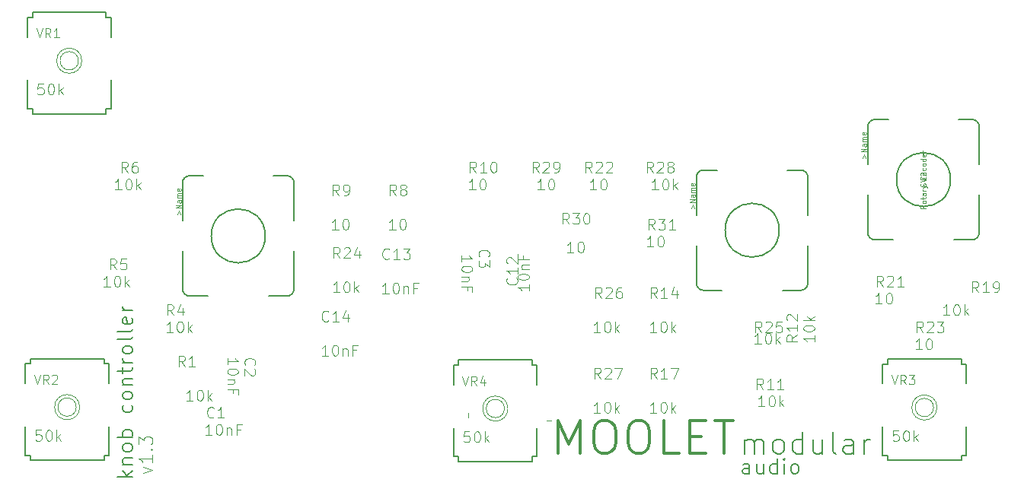
<source format=gbr>
G04 #@! TF.GenerationSoftware,KiCad,Pcbnew,(5.1.4-0-10_14)*
G04 #@! TF.CreationDate,2019-09-22T18:22:58+01:00*
G04 #@! TF.ProjectId,knobs,6b6e6f62-732e-46b6-9963-61645f706362,rev?*
G04 #@! TF.SameCoordinates,Original*
G04 #@! TF.FileFunction,Legend,Top*
G04 #@! TF.FilePolarity,Positive*
%FSLAX46Y46*%
G04 Gerber Fmt 4.6, Leading zero omitted, Abs format (unit mm)*
G04 Created by KiCad (PCBNEW (5.1.4-0-10_14)) date 2019-09-22 18:22:58*
%MOMM*%
%LPD*%
G04 APERTURE LIST*
%ADD10C,0.025000*%
%ADD11C,0.121920*%
%ADD12C,0.304800*%
%ADD13C,0.203200*%
%ADD14C,0.142240*%
%ADD15C,0.050800*%
%ADD16C,0.081076*%
%ADD17C,0.096520*%
%ADD18C,0.115824*%
G04 APERTURE END LIST*
D10*
X144921101Y-124506824D02*
X144921101Y-125006824D01*
X154161101Y-125306824D02*
X153661101Y-125306824D01*
D11*
X108820857Y-131158923D02*
X109786057Y-130814209D01*
X108820857Y-130469494D01*
X109786057Y-129159580D02*
X109786057Y-129986894D01*
X109786057Y-129573237D02*
X108338257Y-129573237D01*
X108545085Y-129711123D01*
X108682971Y-129849009D01*
X108751914Y-129986894D01*
X109648171Y-128539094D02*
X109717114Y-128470152D01*
X109786057Y-128539094D01*
X109717114Y-128608037D01*
X109648171Y-128539094D01*
X109786057Y-128539094D01*
X108338257Y-127987552D02*
X108338257Y-127091294D01*
X108889800Y-127573894D01*
X108889800Y-127367066D01*
X108958742Y-127229180D01*
X109027685Y-127160237D01*
X109165571Y-127091294D01*
X109510285Y-127091294D01*
X109648171Y-127160237D01*
X109717114Y-127229180D01*
X109786057Y-127367066D01*
X109786057Y-127780723D01*
X109717114Y-127918609D01*
X109648171Y-127987552D01*
D12*
X154968506Y-128968216D02*
X154968506Y-125348716D01*
X156175006Y-127934074D01*
X157381506Y-125348716D01*
X157381506Y-128968216D01*
X159794506Y-125348716D02*
X160483935Y-125348716D01*
X160828649Y-125521074D01*
X161173363Y-125865788D01*
X161345721Y-126555216D01*
X161345721Y-127761716D01*
X161173363Y-128451145D01*
X160828649Y-128795859D01*
X160483935Y-128968216D01*
X159794506Y-128968216D01*
X159449792Y-128795859D01*
X159105078Y-128451145D01*
X158932721Y-127761716D01*
X158932721Y-126555216D01*
X159105078Y-125865788D01*
X159449792Y-125521074D01*
X159794506Y-125348716D01*
X163586363Y-125348716D02*
X164275792Y-125348716D01*
X164620506Y-125521074D01*
X164965221Y-125865788D01*
X165137578Y-126555216D01*
X165137578Y-127761716D01*
X164965221Y-128451145D01*
X164620506Y-128795859D01*
X164275792Y-128968216D01*
X163586363Y-128968216D01*
X163241649Y-128795859D01*
X162896935Y-128451145D01*
X162724578Y-127761716D01*
X162724578Y-126555216D01*
X162896935Y-125865788D01*
X163241649Y-125521074D01*
X163586363Y-125348716D01*
X168412363Y-128968216D02*
X166688792Y-128968216D01*
X166688792Y-125348716D01*
X169618863Y-127072288D02*
X170825363Y-127072288D01*
X171342435Y-128968216D02*
X169618863Y-128968216D01*
X169618863Y-125348716D01*
X171342435Y-125348716D01*
X172376578Y-125348716D02*
X174444863Y-125348716D01*
X173410721Y-128968216D02*
X173410721Y-125348716D01*
D13*
X175728954Y-129025669D02*
X175728954Y-127417002D01*
X175728954Y-127646812D02*
X175843859Y-127531907D01*
X176073669Y-127417002D01*
X176418383Y-127417002D01*
X176648192Y-127531907D01*
X176763097Y-127761716D01*
X176763097Y-129025669D01*
X176763097Y-127761716D02*
X176878002Y-127531907D01*
X177107811Y-127417002D01*
X177452526Y-127417002D01*
X177682335Y-127531907D01*
X177797240Y-127761716D01*
X177797240Y-129025669D01*
X179291002Y-129025669D02*
X179061192Y-128910764D01*
X178946288Y-128795859D01*
X178831383Y-128566050D01*
X178831383Y-127876621D01*
X178946288Y-127646812D01*
X179061192Y-127531907D01*
X179291002Y-127417002D01*
X179635716Y-127417002D01*
X179865526Y-127531907D01*
X179980431Y-127646812D01*
X180095335Y-127876621D01*
X180095335Y-128566050D01*
X179980431Y-128795859D01*
X179865526Y-128910764D01*
X179635716Y-129025669D01*
X179291002Y-129025669D01*
X182163621Y-129025669D02*
X182163621Y-126612669D01*
X182163621Y-128910764D02*
X181933811Y-129025669D01*
X181474192Y-129025669D01*
X181244383Y-128910764D01*
X181129478Y-128795859D01*
X181014573Y-128566050D01*
X181014573Y-127876621D01*
X181129478Y-127646812D01*
X181244383Y-127531907D01*
X181474192Y-127417002D01*
X181933811Y-127417002D01*
X182163621Y-127531907D01*
X184346811Y-127417002D02*
X184346811Y-129025669D01*
X183312669Y-127417002D02*
X183312669Y-128680954D01*
X183427573Y-128910764D01*
X183657383Y-129025669D01*
X184002097Y-129025669D01*
X184231907Y-128910764D01*
X184346811Y-128795859D01*
X185840573Y-129025669D02*
X185610764Y-128910764D01*
X185495859Y-128680954D01*
X185495859Y-126612669D01*
X187793954Y-129025669D02*
X187793954Y-127761716D01*
X187679050Y-127531907D01*
X187449240Y-127417002D01*
X186989621Y-127417002D01*
X186759811Y-127531907D01*
X187793954Y-128910764D02*
X187564145Y-129025669D01*
X186989621Y-129025669D01*
X186759811Y-128910764D01*
X186644907Y-128680954D01*
X186644907Y-128451145D01*
X186759811Y-128221335D01*
X186989621Y-128106431D01*
X187564145Y-128106431D01*
X187793954Y-127991526D01*
X188943002Y-129025669D02*
X188943002Y-127417002D01*
X188943002Y-127876621D02*
X189057907Y-127646812D01*
X189172811Y-127531907D01*
X189402621Y-127417002D01*
X189632431Y-127417002D01*
D14*
X176240873Y-131282640D02*
X176240873Y-130397874D01*
X176160440Y-130237007D01*
X175999573Y-130156574D01*
X175677840Y-130156574D01*
X175516973Y-130237007D01*
X176240873Y-131202207D02*
X176080007Y-131282640D01*
X175677840Y-131282640D01*
X175516973Y-131202207D01*
X175436540Y-131041340D01*
X175436540Y-130880474D01*
X175516973Y-130719607D01*
X175677840Y-130639174D01*
X176080007Y-130639174D01*
X176240873Y-130558740D01*
X177769107Y-130156574D02*
X177769107Y-131282640D01*
X177045207Y-130156574D02*
X177045207Y-131041340D01*
X177125640Y-131202207D01*
X177286507Y-131282640D01*
X177527807Y-131282640D01*
X177688673Y-131202207D01*
X177769107Y-131121774D01*
X179297340Y-131282640D02*
X179297340Y-129593540D01*
X179297340Y-131202207D02*
X179136473Y-131282640D01*
X178814740Y-131282640D01*
X178653873Y-131202207D01*
X178573440Y-131121774D01*
X178493007Y-130960907D01*
X178493007Y-130478307D01*
X178573440Y-130317440D01*
X178653873Y-130237007D01*
X178814740Y-130156574D01*
X179136473Y-130156574D01*
X179297340Y-130237007D01*
X180101673Y-131282640D02*
X180101673Y-130156574D01*
X180101673Y-129593540D02*
X180021240Y-129673974D01*
X180101673Y-129754407D01*
X180182107Y-129673974D01*
X180101673Y-129593540D01*
X180101673Y-129754407D01*
X181147307Y-131282640D02*
X180986440Y-131202207D01*
X180906007Y-131121774D01*
X180825573Y-130960907D01*
X180825573Y-130478307D01*
X180906007Y-130317440D01*
X180986440Y-130237007D01*
X181147307Y-130156574D01*
X181388607Y-130156574D01*
X181549473Y-130237007D01*
X181629907Y-130317440D01*
X181710340Y-130478307D01*
X181710340Y-130960907D01*
X181629907Y-131121774D01*
X181549473Y-131202207D01*
X181388607Y-131282640D01*
X181147307Y-131282640D01*
X107631917Y-131585377D02*
X105942817Y-131585377D01*
X106988451Y-131424510D02*
X107631917Y-130941910D01*
X106505851Y-130941910D02*
X107149317Y-131585377D01*
X106505851Y-130218010D02*
X107631917Y-130218010D01*
X106666717Y-130218010D02*
X106586284Y-130137577D01*
X106505851Y-129976710D01*
X106505851Y-129735410D01*
X106586284Y-129574544D01*
X106747151Y-129494110D01*
X107631917Y-129494110D01*
X107631917Y-128448477D02*
X107551484Y-128609344D01*
X107471051Y-128689777D01*
X107310184Y-128770210D01*
X106827584Y-128770210D01*
X106666717Y-128689777D01*
X106586284Y-128609344D01*
X106505851Y-128448477D01*
X106505851Y-128207177D01*
X106586284Y-128046310D01*
X106666717Y-127965877D01*
X106827584Y-127885444D01*
X107310184Y-127885444D01*
X107471051Y-127965877D01*
X107551484Y-128046310D01*
X107631917Y-128207177D01*
X107631917Y-128448477D01*
X107631917Y-127161544D02*
X105942817Y-127161544D01*
X106586284Y-127161544D02*
X106505851Y-127000677D01*
X106505851Y-126678944D01*
X106586284Y-126518077D01*
X106666717Y-126437644D01*
X106827584Y-126357210D01*
X107310184Y-126357210D01*
X107471051Y-126437644D01*
X107551484Y-126518077D01*
X107631917Y-126678944D01*
X107631917Y-127000677D01*
X107551484Y-127161544D01*
X107551484Y-123622477D02*
X107631917Y-123783344D01*
X107631917Y-124105077D01*
X107551484Y-124265944D01*
X107471051Y-124346377D01*
X107310184Y-124426810D01*
X106827584Y-124426810D01*
X106666717Y-124346377D01*
X106586284Y-124265944D01*
X106505851Y-124105077D01*
X106505851Y-123783344D01*
X106586284Y-123622477D01*
X107631917Y-122657277D02*
X107551484Y-122818144D01*
X107471051Y-122898577D01*
X107310184Y-122979010D01*
X106827584Y-122979010D01*
X106666717Y-122898577D01*
X106586284Y-122818144D01*
X106505851Y-122657277D01*
X106505851Y-122415977D01*
X106586284Y-122255110D01*
X106666717Y-122174677D01*
X106827584Y-122094244D01*
X107310184Y-122094244D01*
X107471051Y-122174677D01*
X107551484Y-122255110D01*
X107631917Y-122415977D01*
X107631917Y-122657277D01*
X106505851Y-121370344D02*
X107631917Y-121370344D01*
X106666717Y-121370344D02*
X106586284Y-121289910D01*
X106505851Y-121129044D01*
X106505851Y-120887744D01*
X106586284Y-120726877D01*
X106747151Y-120646444D01*
X107631917Y-120646444D01*
X106505851Y-120083410D02*
X106505851Y-119439944D01*
X105942817Y-119842110D02*
X107390617Y-119842110D01*
X107551484Y-119761677D01*
X107631917Y-119600810D01*
X107631917Y-119439944D01*
X107631917Y-118876910D02*
X106505851Y-118876910D01*
X106827584Y-118876910D02*
X106666717Y-118796477D01*
X106586284Y-118716044D01*
X106505851Y-118555177D01*
X106505851Y-118394310D01*
X107631917Y-117589977D02*
X107551484Y-117750844D01*
X107471051Y-117831277D01*
X107310184Y-117911710D01*
X106827584Y-117911710D01*
X106666717Y-117831277D01*
X106586284Y-117750844D01*
X106505851Y-117589977D01*
X106505851Y-117348677D01*
X106586284Y-117187810D01*
X106666717Y-117107377D01*
X106827584Y-117026944D01*
X107310184Y-117026944D01*
X107471051Y-117107377D01*
X107551484Y-117187810D01*
X107631917Y-117348677D01*
X107631917Y-117589977D01*
X107631917Y-116061744D02*
X107551484Y-116222610D01*
X107390617Y-116303044D01*
X105942817Y-116303044D01*
X107631917Y-115176977D02*
X107551484Y-115337844D01*
X107390617Y-115418277D01*
X105942817Y-115418277D01*
X107551484Y-113890044D02*
X107631917Y-114050910D01*
X107631917Y-114372644D01*
X107551484Y-114533510D01*
X107390617Y-114613944D01*
X106747151Y-114613944D01*
X106586284Y-114533510D01*
X106505851Y-114372644D01*
X106505851Y-114050910D01*
X106586284Y-113890044D01*
X106747151Y-113809610D01*
X106908017Y-113809610D01*
X107068884Y-114613944D01*
X107631917Y-113085710D02*
X106505851Y-113085710D01*
X106827584Y-113085710D02*
X106666717Y-113005277D01*
X106586284Y-112924844D01*
X106505851Y-112763977D01*
X106505851Y-112603110D01*
D13*
X200336000Y-126027000D02*
X200336000Y-129227000D01*
X200336000Y-119027000D02*
X200336000Y-121227000D01*
X191036000Y-129227000D02*
X191036000Y-126027000D01*
X191036000Y-121227000D02*
X191036000Y-119027000D01*
X200336000Y-119027000D02*
X199786000Y-119027000D01*
X199786000Y-119027000D02*
X199786000Y-118477000D01*
X199786000Y-129777000D02*
X199786000Y-129227000D01*
X199786000Y-129227000D02*
X200336000Y-129227000D01*
X191036000Y-129227000D02*
X191586000Y-129227000D01*
X191586000Y-129227000D02*
X191586000Y-129777000D01*
X191586000Y-118477000D02*
X191586000Y-119027000D01*
X191586000Y-119027000D02*
X191036000Y-119027000D01*
X199786000Y-129777000D02*
X191586000Y-129777000D01*
X191586000Y-118477000D02*
X199786000Y-118477000D01*
D15*
X196702000Y-123877000D02*
G75*
G03X196702000Y-123877000I-1016000J0D01*
G01*
X197083000Y-123877000D02*
G75*
G03X197083000Y-123877000I-1397000J0D01*
G01*
D13*
X152619000Y-126144000D02*
X152619000Y-129344000D01*
X152619000Y-119144000D02*
X152619000Y-121344000D01*
X143319000Y-129344000D02*
X143319000Y-126144000D01*
X143319000Y-121344000D02*
X143319000Y-119144000D01*
X152619000Y-119144000D02*
X152069000Y-119144000D01*
X152069000Y-119144000D02*
X152069000Y-118594000D01*
X152069000Y-129894000D02*
X152069000Y-129344000D01*
X152069000Y-129344000D02*
X152619000Y-129344000D01*
X143319000Y-129344000D02*
X143869000Y-129344000D01*
X143869000Y-129344000D02*
X143869000Y-129894000D01*
X143869000Y-118594000D02*
X143869000Y-119144000D01*
X143869000Y-119144000D02*
X143319000Y-119144000D01*
X152069000Y-129894000D02*
X143869000Y-129894000D01*
X143869000Y-118594000D02*
X152069000Y-118594000D01*
D15*
X148985000Y-123994000D02*
G75*
G03X148985000Y-123994000I-1016000J0D01*
G01*
X149366000Y-123994000D02*
G75*
G03X149366000Y-123994000I-1397000J0D01*
G01*
D13*
X105001000Y-125992000D02*
X105001000Y-129192000D01*
X105001000Y-118992000D02*
X105001000Y-121192000D01*
X95701000Y-129192000D02*
X95701000Y-125992000D01*
X95701000Y-121192000D02*
X95701000Y-118992000D01*
X105001000Y-118992000D02*
X104451000Y-118992000D01*
X104451000Y-118992000D02*
X104451000Y-118442000D01*
X104451000Y-129742000D02*
X104451000Y-129192000D01*
X104451000Y-129192000D02*
X105001000Y-129192000D01*
X95701000Y-129192000D02*
X96251000Y-129192000D01*
X96251000Y-129192000D02*
X96251000Y-129742000D01*
X96251000Y-118442000D02*
X96251000Y-118992000D01*
X96251000Y-118992000D02*
X95701000Y-118992000D01*
X104451000Y-129742000D02*
X96251000Y-129742000D01*
X96251000Y-118442000D02*
X104451000Y-118442000D01*
D15*
X101367000Y-123842000D02*
G75*
G03X101367000Y-123842000I-1016000J0D01*
G01*
X101748000Y-123842000D02*
G75*
G03X101748000Y-123842000I-1397000J0D01*
G01*
D13*
X105236000Y-87426800D02*
X105236000Y-90626800D01*
X105236000Y-80426800D02*
X105236000Y-82626800D01*
X95936000Y-90626800D02*
X95936000Y-87426800D01*
X95936000Y-82626800D02*
X95936000Y-80426800D01*
X105236000Y-80426800D02*
X104686000Y-80426800D01*
X104686000Y-80426800D02*
X104686000Y-79876800D01*
X104686000Y-91176800D02*
X104686000Y-90626800D01*
X104686000Y-90626800D02*
X105236000Y-90626800D01*
X95936000Y-90626800D02*
X96486000Y-90626800D01*
X96486000Y-90626800D02*
X96486000Y-91176800D01*
X96486000Y-79876800D02*
X96486000Y-80426800D01*
X96486000Y-80426800D02*
X95936000Y-80426800D01*
X104686000Y-91176800D02*
X96486000Y-91176800D01*
X96486000Y-79876800D02*
X104686000Y-79876800D01*
D15*
X101602000Y-85276800D02*
G75*
G03X101602000Y-85276800I-1016000J0D01*
G01*
X101983000Y-85276800D02*
G75*
G03X101983000Y-85276800I-1397000J0D01*
G01*
D13*
X179530000Y-104140000D02*
G75*
G03X179530000Y-104140000I-3000000J0D01*
G01*
X170330000Y-105840000D02*
X170330000Y-110033800D01*
X171136200Y-110840000D02*
X173130000Y-110840000D01*
X171136200Y-110840000D02*
G75*
G02X170330000Y-110033800I0J806200D01*
G01*
X181923800Y-110840000D02*
X179930000Y-110840000D01*
X181923800Y-110840000D02*
G75*
G03X182730000Y-110033800I0J806200D01*
G01*
X182730000Y-105840000D02*
X182730000Y-110033800D01*
X182730000Y-102440000D02*
X182730000Y-98246200D01*
X181923800Y-97440000D02*
X180430000Y-97440000D01*
X181923800Y-97440000D02*
G75*
G02X182730000Y-98246200I0J-806200D01*
G01*
X171136200Y-97440000D02*
X172630000Y-97440000D01*
X171136200Y-97440000D02*
G75*
G03X170330000Y-98246200I0J-806200D01*
G01*
X170330000Y-102440000D02*
X170330000Y-98246200D01*
X198586000Y-98508600D02*
G75*
G03X198586000Y-98508600I-3000000J0D01*
G01*
X189386000Y-100208600D02*
X189386000Y-104402400D01*
X190192200Y-105208600D02*
X192186000Y-105208600D01*
X190192200Y-105208600D02*
G75*
G02X189386000Y-104402400I0J806200D01*
G01*
X200979800Y-105208600D02*
X198986000Y-105208600D01*
X200979800Y-105208600D02*
G75*
G03X201786000Y-104402400I0J806200D01*
G01*
X201786000Y-100208600D02*
X201786000Y-104402400D01*
X201786000Y-96808600D02*
X201786000Y-92614800D01*
X200979800Y-91808600D02*
X199486000Y-91808600D01*
X200979800Y-91808600D02*
G75*
G02X201786000Y-92614800I0J-806200D01*
G01*
X190192200Y-91808600D02*
X191686000Y-91808600D01*
X190192200Y-91808600D02*
G75*
G03X189386000Y-92614800I0J-806200D01*
G01*
X189386000Y-96808600D02*
X189386000Y-92614800D01*
X122380000Y-104775000D02*
G75*
G03X122380000Y-104775000I-3000000J0D01*
G01*
X113180000Y-106475000D02*
X113180000Y-110668800D01*
X113986200Y-111475000D02*
X115980000Y-111475000D01*
X113986200Y-111475000D02*
G75*
G02X113180000Y-110668800I0J806200D01*
G01*
X124773800Y-111475000D02*
X122780000Y-111475000D01*
X124773800Y-111475000D02*
G75*
G03X125580000Y-110668800I0J806200D01*
G01*
X125580000Y-106475000D02*
X125580000Y-110668800D01*
X125580000Y-103075000D02*
X125580000Y-98881200D01*
X124773800Y-98075000D02*
X123280000Y-98075000D01*
X124773800Y-98075000D02*
G75*
G02X125580000Y-98881200I0J-806200D01*
G01*
X113986200Y-98075000D02*
X115480000Y-98075000D01*
X113986200Y-98075000D02*
G75*
G03X113180000Y-98881200I0J-806200D01*
G01*
X113180000Y-103075000D02*
X113180000Y-98881200D01*
D16*
X192025219Y-120275280D02*
X192363039Y-121288740D01*
X192700859Y-120275280D01*
X193617799Y-121288740D02*
X193279979Y-120806140D01*
X193038679Y-121288740D02*
X193038679Y-120275280D01*
X193424759Y-120275280D01*
X193521279Y-120323540D01*
X193569539Y-120371800D01*
X193617799Y-120468320D01*
X193617799Y-120613100D01*
X193569539Y-120709620D01*
X193521279Y-120757880D01*
X193424759Y-120806140D01*
X193038679Y-120806140D01*
X193955619Y-120275280D02*
X194582999Y-120275280D01*
X194245179Y-120661360D01*
X194389959Y-120661360D01*
X194486479Y-120709620D01*
X194534739Y-120757880D01*
X194582999Y-120854400D01*
X194582999Y-121095700D01*
X194534739Y-121192220D01*
X194486479Y-121240480D01*
X194389959Y-121288740D01*
X194100399Y-121288740D01*
X194003879Y-121240480D01*
X193955619Y-121192220D01*
D17*
X192800523Y-126423047D02*
X192225999Y-126423047D01*
X192168547Y-126997571D01*
X192225999Y-126940119D01*
X192340904Y-126882666D01*
X192628166Y-126882666D01*
X192743071Y-126940119D01*
X192800523Y-126997571D01*
X192857976Y-127112476D01*
X192857976Y-127399738D01*
X192800523Y-127514642D01*
X192743071Y-127572095D01*
X192628166Y-127629547D01*
X192340904Y-127629547D01*
X192225999Y-127572095D01*
X192168547Y-127514642D01*
X193604857Y-126423047D02*
X193719761Y-126423047D01*
X193834666Y-126480500D01*
X193892118Y-126537952D01*
X193949571Y-126652857D01*
X194007023Y-126882666D01*
X194007023Y-127169928D01*
X193949571Y-127399738D01*
X193892118Y-127514642D01*
X193834666Y-127572095D01*
X193719761Y-127629547D01*
X193604857Y-127629547D01*
X193489952Y-127572095D01*
X193432499Y-127514642D01*
X193375047Y-127399738D01*
X193317595Y-127169928D01*
X193317595Y-126882666D01*
X193375047Y-126652857D01*
X193432499Y-126537952D01*
X193489952Y-126480500D01*
X193604857Y-126423047D01*
X194524095Y-127629547D02*
X194524095Y-126423047D01*
X194638999Y-127169928D02*
X194983714Y-127629547D01*
X194983714Y-126825214D02*
X194524095Y-127284833D01*
D16*
X144308219Y-120392280D02*
X144646039Y-121405740D01*
X144983859Y-120392280D01*
X145900799Y-121405740D02*
X145562979Y-120923140D01*
X145321679Y-121405740D02*
X145321679Y-120392280D01*
X145707759Y-120392280D01*
X145804279Y-120440540D01*
X145852539Y-120488800D01*
X145900799Y-120585320D01*
X145900799Y-120730100D01*
X145852539Y-120826620D01*
X145804279Y-120874880D01*
X145707759Y-120923140D01*
X145321679Y-120923140D01*
X146769479Y-120730100D02*
X146769479Y-121405740D01*
X146528179Y-120344020D02*
X146286879Y-121067920D01*
X146914259Y-121067920D01*
D17*
X145083523Y-126540047D02*
X144508999Y-126540047D01*
X144451547Y-127114571D01*
X144508999Y-127057119D01*
X144623904Y-126999666D01*
X144911166Y-126999666D01*
X145026071Y-127057119D01*
X145083523Y-127114571D01*
X145140976Y-127229476D01*
X145140976Y-127516738D01*
X145083523Y-127631642D01*
X145026071Y-127689095D01*
X144911166Y-127746547D01*
X144623904Y-127746547D01*
X144508999Y-127689095D01*
X144451547Y-127631642D01*
X145887857Y-126540047D02*
X146002761Y-126540047D01*
X146117666Y-126597500D01*
X146175118Y-126654952D01*
X146232571Y-126769857D01*
X146290023Y-126999666D01*
X146290023Y-127286928D01*
X146232571Y-127516738D01*
X146175118Y-127631642D01*
X146117666Y-127689095D01*
X146002761Y-127746547D01*
X145887857Y-127746547D01*
X145772952Y-127689095D01*
X145715499Y-127631642D01*
X145658047Y-127516738D01*
X145600595Y-127286928D01*
X145600595Y-126999666D01*
X145658047Y-126769857D01*
X145715499Y-126654952D01*
X145772952Y-126597500D01*
X145887857Y-126540047D01*
X146807095Y-127746547D02*
X146807095Y-126540047D01*
X146921999Y-127286928D02*
X147266714Y-127746547D01*
X147266714Y-126942214D02*
X146807095Y-127401833D01*
D16*
X96690219Y-120240280D02*
X97028039Y-121253740D01*
X97365859Y-120240280D01*
X98282799Y-121253740D02*
X97944979Y-120771140D01*
X97703679Y-121253740D02*
X97703679Y-120240280D01*
X98089759Y-120240280D01*
X98186279Y-120288540D01*
X98234539Y-120336800D01*
X98282799Y-120433320D01*
X98282799Y-120578100D01*
X98234539Y-120674620D01*
X98186279Y-120722880D01*
X98089759Y-120771140D01*
X97703679Y-120771140D01*
X98668879Y-120336800D02*
X98717139Y-120288540D01*
X98813659Y-120240280D01*
X99054959Y-120240280D01*
X99151479Y-120288540D01*
X99199739Y-120336800D01*
X99247999Y-120433320D01*
X99247999Y-120529840D01*
X99199739Y-120674620D01*
X98620619Y-121253740D01*
X99247999Y-121253740D01*
D17*
X97465523Y-126388047D02*
X96890999Y-126388047D01*
X96833547Y-126962571D01*
X96890999Y-126905119D01*
X97005904Y-126847666D01*
X97293166Y-126847666D01*
X97408071Y-126905119D01*
X97465523Y-126962571D01*
X97522976Y-127077476D01*
X97522976Y-127364738D01*
X97465523Y-127479642D01*
X97408071Y-127537095D01*
X97293166Y-127594547D01*
X97005904Y-127594547D01*
X96890999Y-127537095D01*
X96833547Y-127479642D01*
X98269857Y-126388047D02*
X98384761Y-126388047D01*
X98499666Y-126445500D01*
X98557118Y-126502952D01*
X98614571Y-126617857D01*
X98672023Y-126847666D01*
X98672023Y-127134928D01*
X98614571Y-127364738D01*
X98557118Y-127479642D01*
X98499666Y-127537095D01*
X98384761Y-127594547D01*
X98269857Y-127594547D01*
X98154952Y-127537095D01*
X98097499Y-127479642D01*
X98040047Y-127364738D01*
X97982595Y-127134928D01*
X97982595Y-126847666D01*
X98040047Y-126617857D01*
X98097499Y-126502952D01*
X98154952Y-126445500D01*
X98269857Y-126388047D01*
X99189095Y-127594547D02*
X99189095Y-126388047D01*
X99303999Y-127134928D02*
X99648714Y-127594547D01*
X99648714Y-126790214D02*
X99189095Y-127249833D01*
D16*
X96925219Y-81675080D02*
X97263039Y-82688540D01*
X97600859Y-81675080D01*
X98517799Y-82688540D02*
X98179979Y-82205940D01*
X97938679Y-82688540D02*
X97938679Y-81675080D01*
X98324759Y-81675080D01*
X98421279Y-81723340D01*
X98469539Y-81771600D01*
X98517799Y-81868120D01*
X98517799Y-82012900D01*
X98469539Y-82109420D01*
X98421279Y-82157680D01*
X98324759Y-82205940D01*
X97938679Y-82205940D01*
X99482999Y-82688540D02*
X98903879Y-82688540D01*
X99193439Y-82688540D02*
X99193439Y-81675080D01*
X99096919Y-81819860D01*
X99000399Y-81916380D01*
X98903879Y-81964640D01*
D17*
X97700523Y-87822847D02*
X97125999Y-87822847D01*
X97068547Y-88397371D01*
X97125999Y-88339919D01*
X97240904Y-88282466D01*
X97528166Y-88282466D01*
X97643071Y-88339919D01*
X97700523Y-88397371D01*
X97757976Y-88512276D01*
X97757976Y-88799538D01*
X97700523Y-88914442D01*
X97643071Y-88971895D01*
X97528166Y-89029347D01*
X97240904Y-89029347D01*
X97125999Y-88971895D01*
X97068547Y-88914442D01*
X98504857Y-87822847D02*
X98619761Y-87822847D01*
X98734666Y-87880300D01*
X98792118Y-87937752D01*
X98849571Y-88052657D01*
X98907023Y-88282466D01*
X98907023Y-88569728D01*
X98849571Y-88799538D01*
X98792118Y-88914442D01*
X98734666Y-88971895D01*
X98619761Y-89029347D01*
X98504857Y-89029347D01*
X98389952Y-88971895D01*
X98332499Y-88914442D01*
X98275047Y-88799538D01*
X98217595Y-88569728D01*
X98217595Y-88282466D01*
X98275047Y-88052657D01*
X98332499Y-87937752D01*
X98389952Y-87880300D01*
X98504857Y-87822847D01*
X99424095Y-89029347D02*
X99424095Y-87822847D01*
X99538999Y-88569728D02*
X99883714Y-89029347D01*
X99883714Y-88225014D02*
X99424095Y-88684633D01*
D11*
X169766342Y-101750222D02*
X169931805Y-101308988D01*
X170097268Y-101750222D01*
X170152422Y-101033217D02*
X169573302Y-101033217D01*
X170152422Y-100702291D01*
X169573302Y-100702291D01*
X170152422Y-100178325D02*
X169849074Y-100178325D01*
X169793920Y-100205902D01*
X169766342Y-100261057D01*
X169766342Y-100371365D01*
X169793920Y-100426520D01*
X170124845Y-100178325D02*
X170152422Y-100233480D01*
X170152422Y-100371365D01*
X170124845Y-100426520D01*
X170069691Y-100454097D01*
X170014537Y-100454097D01*
X169959382Y-100426520D01*
X169931805Y-100371365D01*
X169931805Y-100233480D01*
X169904228Y-100178325D01*
X170152422Y-99902554D02*
X169766342Y-99902554D01*
X169821497Y-99902554D02*
X169793920Y-99874977D01*
X169766342Y-99819822D01*
X169766342Y-99737091D01*
X169793920Y-99681937D01*
X169849074Y-99654360D01*
X170152422Y-99654360D01*
X169849074Y-99654360D02*
X169793920Y-99626782D01*
X169766342Y-99571628D01*
X169766342Y-99488897D01*
X169793920Y-99433742D01*
X169849074Y-99406165D01*
X170152422Y-99406165D01*
X170124845Y-98909777D02*
X170152422Y-98964931D01*
X170152422Y-99075240D01*
X170124845Y-99130394D01*
X170069691Y-99157971D01*
X169849074Y-99157971D01*
X169793920Y-99130394D01*
X169766342Y-99075240D01*
X169766342Y-98964931D01*
X169793920Y-98909777D01*
X169849074Y-98882200D01*
X169904228Y-98882200D01*
X169959382Y-99157971D01*
D18*
X195820405Y-99280760D02*
X195847982Y-99198028D01*
X195847982Y-99060142D01*
X195820405Y-99004988D01*
X195792828Y-98977411D01*
X195737674Y-98949834D01*
X195682520Y-98949834D01*
X195627365Y-98977411D01*
X195599788Y-99004988D01*
X195572211Y-99060142D01*
X195544634Y-99170451D01*
X195517057Y-99225605D01*
X195489480Y-99253182D01*
X195434325Y-99280760D01*
X195379171Y-99280760D01*
X195324017Y-99253182D01*
X195296440Y-99225605D01*
X195268862Y-99170451D01*
X195268862Y-99032565D01*
X195296440Y-98949834D01*
X195268862Y-98756794D02*
X195847982Y-98618908D01*
X195434325Y-98508600D01*
X195847982Y-98398291D01*
X195268862Y-98260405D01*
X195324017Y-98067365D02*
X195296440Y-98039788D01*
X195268862Y-97984634D01*
X195268862Y-97846748D01*
X195296440Y-97791594D01*
X195324017Y-97764017D01*
X195379171Y-97736440D01*
X195434325Y-97736440D01*
X195517057Y-97764017D01*
X195847982Y-98094942D01*
X195847982Y-97736440D01*
X195847982Y-101362834D02*
X195572211Y-101555874D01*
X195847982Y-101693760D02*
X195268862Y-101693760D01*
X195268862Y-101473142D01*
X195296440Y-101417988D01*
X195324017Y-101390411D01*
X195379171Y-101362834D01*
X195461902Y-101362834D01*
X195517057Y-101390411D01*
X195544634Y-101417988D01*
X195572211Y-101473142D01*
X195572211Y-101693760D01*
X195847982Y-101031908D02*
X195820405Y-101087062D01*
X195792828Y-101114640D01*
X195737674Y-101142217D01*
X195572211Y-101142217D01*
X195517057Y-101114640D01*
X195489480Y-101087062D01*
X195461902Y-101031908D01*
X195461902Y-100949177D01*
X195489480Y-100894022D01*
X195517057Y-100866445D01*
X195572211Y-100838868D01*
X195737674Y-100838868D01*
X195792828Y-100866445D01*
X195820405Y-100894022D01*
X195847982Y-100949177D01*
X195847982Y-101031908D01*
X195461902Y-100673405D02*
X195461902Y-100452788D01*
X195268862Y-100590674D02*
X195765251Y-100590674D01*
X195820405Y-100563097D01*
X195847982Y-100507942D01*
X195847982Y-100452788D01*
X195847982Y-100011554D02*
X195544634Y-100011554D01*
X195489480Y-100039131D01*
X195461902Y-100094285D01*
X195461902Y-100204594D01*
X195489480Y-100259748D01*
X195820405Y-100011554D02*
X195847982Y-100066708D01*
X195847982Y-100204594D01*
X195820405Y-100259748D01*
X195765251Y-100287325D01*
X195710097Y-100287325D01*
X195654942Y-100259748D01*
X195627365Y-100204594D01*
X195627365Y-100066708D01*
X195599788Y-100011554D01*
X195847982Y-99735782D02*
X195461902Y-99735782D01*
X195572211Y-99735782D02*
X195517057Y-99708205D01*
X195489480Y-99680628D01*
X195461902Y-99625474D01*
X195461902Y-99570320D01*
X195461902Y-99432434D02*
X195847982Y-99294548D01*
X195461902Y-99156662D02*
X195847982Y-99294548D01*
X195985868Y-99349702D01*
X196013445Y-99377280D01*
X196041022Y-99432434D01*
X195544634Y-98494811D02*
X195544634Y-98301771D01*
X195847982Y-98219040D02*
X195847982Y-98494811D01*
X195268862Y-98494811D01*
X195268862Y-98219040D01*
X195461902Y-97970845D02*
X195847982Y-97970845D01*
X195517057Y-97970845D02*
X195489480Y-97943268D01*
X195461902Y-97888114D01*
X195461902Y-97805382D01*
X195489480Y-97750228D01*
X195544634Y-97722651D01*
X195847982Y-97722651D01*
X195820405Y-97198685D02*
X195847982Y-97253840D01*
X195847982Y-97364148D01*
X195820405Y-97419302D01*
X195792828Y-97446880D01*
X195737674Y-97474457D01*
X195572211Y-97474457D01*
X195517057Y-97446880D01*
X195489480Y-97419302D01*
X195461902Y-97364148D01*
X195461902Y-97253840D01*
X195489480Y-97198685D01*
X195847982Y-96867760D02*
X195820405Y-96922914D01*
X195792828Y-96950491D01*
X195737674Y-96978068D01*
X195572211Y-96978068D01*
X195517057Y-96950491D01*
X195489480Y-96922914D01*
X195461902Y-96867760D01*
X195461902Y-96785028D01*
X195489480Y-96729874D01*
X195517057Y-96702297D01*
X195572211Y-96674720D01*
X195737674Y-96674720D01*
X195792828Y-96702297D01*
X195820405Y-96729874D01*
X195847982Y-96785028D01*
X195847982Y-96867760D01*
X195847982Y-96178331D02*
X195268862Y-96178331D01*
X195820405Y-96178331D02*
X195847982Y-96233485D01*
X195847982Y-96343794D01*
X195820405Y-96398948D01*
X195792828Y-96426525D01*
X195737674Y-96454102D01*
X195572211Y-96454102D01*
X195517057Y-96426525D01*
X195489480Y-96398948D01*
X195461902Y-96343794D01*
X195461902Y-96233485D01*
X195489480Y-96178331D01*
X195820405Y-95681942D02*
X195847982Y-95737097D01*
X195847982Y-95847405D01*
X195820405Y-95902560D01*
X195765251Y-95930137D01*
X195544634Y-95930137D01*
X195489480Y-95902560D01*
X195461902Y-95847405D01*
X195461902Y-95737097D01*
X195489480Y-95681942D01*
X195544634Y-95654365D01*
X195599788Y-95654365D01*
X195654942Y-95930137D01*
X195847982Y-95406171D02*
X195461902Y-95406171D01*
X195572211Y-95406171D02*
X195517057Y-95378594D01*
X195489480Y-95351017D01*
X195461902Y-95295862D01*
X195461902Y-95240708D01*
D11*
X188822342Y-96118822D02*
X188987805Y-95677588D01*
X189153268Y-96118822D01*
X189208422Y-95401817D02*
X188629302Y-95401817D01*
X189208422Y-95070891D01*
X188629302Y-95070891D01*
X189208422Y-94546925D02*
X188905074Y-94546925D01*
X188849920Y-94574502D01*
X188822342Y-94629657D01*
X188822342Y-94739965D01*
X188849920Y-94795120D01*
X189180845Y-94546925D02*
X189208422Y-94602080D01*
X189208422Y-94739965D01*
X189180845Y-94795120D01*
X189125691Y-94822697D01*
X189070537Y-94822697D01*
X189015382Y-94795120D01*
X188987805Y-94739965D01*
X188987805Y-94602080D01*
X188960228Y-94546925D01*
X189208422Y-94271154D02*
X188822342Y-94271154D01*
X188877497Y-94271154D02*
X188849920Y-94243577D01*
X188822342Y-94188422D01*
X188822342Y-94105691D01*
X188849920Y-94050537D01*
X188905074Y-94022960D01*
X189208422Y-94022960D01*
X188905074Y-94022960D02*
X188849920Y-93995382D01*
X188822342Y-93940228D01*
X188822342Y-93857497D01*
X188849920Y-93802342D01*
X188905074Y-93774765D01*
X189208422Y-93774765D01*
X189180845Y-93278377D02*
X189208422Y-93333531D01*
X189208422Y-93443840D01*
X189180845Y-93498994D01*
X189125691Y-93526571D01*
X188905074Y-93526571D01*
X188849920Y-93498994D01*
X188822342Y-93443840D01*
X188822342Y-93333531D01*
X188849920Y-93278377D01*
X188905074Y-93250800D01*
X188960228Y-93250800D01*
X189015382Y-93526571D01*
X112616342Y-102385222D02*
X112781805Y-101943988D01*
X112947268Y-102385222D01*
X113002422Y-101668217D02*
X112423302Y-101668217D01*
X113002422Y-101337291D01*
X112423302Y-101337291D01*
X113002422Y-100813325D02*
X112699074Y-100813325D01*
X112643920Y-100840902D01*
X112616342Y-100896057D01*
X112616342Y-101006365D01*
X112643920Y-101061520D01*
X112974845Y-100813325D02*
X113002422Y-100868480D01*
X113002422Y-101006365D01*
X112974845Y-101061520D01*
X112919691Y-101089097D01*
X112864537Y-101089097D01*
X112809382Y-101061520D01*
X112781805Y-101006365D01*
X112781805Y-100868480D01*
X112754228Y-100813325D01*
X113002422Y-100537554D02*
X112616342Y-100537554D01*
X112671497Y-100537554D02*
X112643920Y-100509977D01*
X112616342Y-100454822D01*
X112616342Y-100372091D01*
X112643920Y-100316937D01*
X112699074Y-100289360D01*
X113002422Y-100289360D01*
X112699074Y-100289360D02*
X112643920Y-100261782D01*
X112616342Y-100206628D01*
X112616342Y-100123897D01*
X112643920Y-100068742D01*
X112699074Y-100041165D01*
X113002422Y-100041165D01*
X112974845Y-99544777D02*
X113002422Y-99599931D01*
X113002422Y-99710240D01*
X112974845Y-99765394D01*
X112919691Y-99792971D01*
X112699074Y-99792971D01*
X112643920Y-99765394D01*
X112616342Y-99710240D01*
X112616342Y-99599931D01*
X112643920Y-99544777D01*
X112699074Y-99517200D01*
X112754228Y-99517200D01*
X112809382Y-99792971D01*
D17*
X165684357Y-104082547D02*
X165282190Y-103508023D01*
X164994928Y-104082547D02*
X164994928Y-102876047D01*
X165454547Y-102876047D01*
X165569452Y-102933500D01*
X165626904Y-102990952D01*
X165684357Y-103105857D01*
X165684357Y-103278214D01*
X165626904Y-103393119D01*
X165569452Y-103450571D01*
X165454547Y-103508023D01*
X164994928Y-103508023D01*
X166086523Y-102876047D02*
X166833404Y-102876047D01*
X166431238Y-103335666D01*
X166603595Y-103335666D01*
X166718500Y-103393119D01*
X166775952Y-103450571D01*
X166833404Y-103565476D01*
X166833404Y-103852738D01*
X166775952Y-103967642D01*
X166718500Y-104025095D01*
X166603595Y-104082547D01*
X166258881Y-104082547D01*
X166143976Y-104025095D01*
X166086523Y-103967642D01*
X167982452Y-104082547D02*
X167293023Y-104082547D01*
X167637738Y-104082547D02*
X167637738Y-102876047D01*
X167522833Y-103048404D01*
X167407928Y-103163309D01*
X167293023Y-103220761D01*
X165563404Y-105987547D02*
X164873976Y-105987547D01*
X165218690Y-105987547D02*
X165218690Y-104781047D01*
X165103785Y-104953404D01*
X164988881Y-105068309D01*
X164873976Y-105125761D01*
X166310285Y-104781047D02*
X166425190Y-104781047D01*
X166540095Y-104838500D01*
X166597547Y-104895952D01*
X166655000Y-105010857D01*
X166712452Y-105240666D01*
X166712452Y-105527928D01*
X166655000Y-105757738D01*
X166597547Y-105872642D01*
X166540095Y-105930095D01*
X166425190Y-105987547D01*
X166310285Y-105987547D01*
X166195381Y-105930095D01*
X166137928Y-105872642D01*
X166080476Y-105757738D01*
X166023023Y-105527928D01*
X166023023Y-105240666D01*
X166080476Y-105010857D01*
X166137928Y-104895952D01*
X166195381Y-104838500D01*
X166310285Y-104781047D01*
X156159357Y-103447547D02*
X155757190Y-102873023D01*
X155469928Y-103447547D02*
X155469928Y-102241047D01*
X155929547Y-102241047D01*
X156044452Y-102298500D01*
X156101904Y-102355952D01*
X156159357Y-102470857D01*
X156159357Y-102643214D01*
X156101904Y-102758119D01*
X156044452Y-102815571D01*
X155929547Y-102873023D01*
X155469928Y-102873023D01*
X156561523Y-102241047D02*
X157308404Y-102241047D01*
X156906238Y-102700666D01*
X157078595Y-102700666D01*
X157193500Y-102758119D01*
X157250952Y-102815571D01*
X157308404Y-102930476D01*
X157308404Y-103217738D01*
X157250952Y-103332642D01*
X157193500Y-103390095D01*
X157078595Y-103447547D01*
X156733881Y-103447547D01*
X156618976Y-103390095D01*
X156561523Y-103332642D01*
X158055285Y-102241047D02*
X158170190Y-102241047D01*
X158285095Y-102298500D01*
X158342547Y-102355952D01*
X158400000Y-102470857D01*
X158457452Y-102700666D01*
X158457452Y-102987928D01*
X158400000Y-103217738D01*
X158342547Y-103332642D01*
X158285095Y-103390095D01*
X158170190Y-103447547D01*
X158055285Y-103447547D01*
X157940381Y-103390095D01*
X157882928Y-103332642D01*
X157825476Y-103217738D01*
X157768023Y-102987928D01*
X157768023Y-102700666D01*
X157825476Y-102470857D01*
X157882928Y-102355952D01*
X157940381Y-102298500D01*
X158055285Y-102241047D01*
X156673404Y-106622547D02*
X155983976Y-106622547D01*
X156328690Y-106622547D02*
X156328690Y-105416047D01*
X156213785Y-105588404D01*
X156098881Y-105703309D01*
X155983976Y-105760761D01*
X157420285Y-105416047D02*
X157535190Y-105416047D01*
X157650095Y-105473500D01*
X157707547Y-105530952D01*
X157765000Y-105645857D01*
X157822452Y-105875666D01*
X157822452Y-106162928D01*
X157765000Y-106392738D01*
X157707547Y-106507642D01*
X157650095Y-106565095D01*
X157535190Y-106622547D01*
X157420285Y-106622547D01*
X157305381Y-106565095D01*
X157247928Y-106507642D01*
X157190476Y-106392738D01*
X157133023Y-106162928D01*
X157133023Y-105875666D01*
X157190476Y-105645857D01*
X157247928Y-105530952D01*
X157305381Y-105473500D01*
X157420285Y-105416047D01*
X152804428Y-97732547D02*
X152402261Y-97158023D01*
X152114999Y-97732547D02*
X152114999Y-96526047D01*
X152574618Y-96526047D01*
X152689523Y-96583500D01*
X152746976Y-96640952D01*
X152804428Y-96755857D01*
X152804428Y-96928214D01*
X152746976Y-97043119D01*
X152689523Y-97100571D01*
X152574618Y-97158023D01*
X152114999Y-97158023D01*
X153264047Y-96640952D02*
X153321499Y-96583500D01*
X153436404Y-96526047D01*
X153723666Y-96526047D01*
X153838571Y-96583500D01*
X153896023Y-96640952D01*
X153953476Y-96755857D01*
X153953476Y-96870761D01*
X153896023Y-97043119D01*
X153206595Y-97732547D01*
X153953476Y-97732547D01*
X154527999Y-97732547D02*
X154757809Y-97732547D01*
X154872714Y-97675095D01*
X154930166Y-97617642D01*
X155045071Y-97445285D01*
X155102523Y-97215476D01*
X155102523Y-96755857D01*
X155045071Y-96640952D01*
X154987618Y-96583500D01*
X154872714Y-96526047D01*
X154642904Y-96526047D01*
X154527999Y-96583500D01*
X154470547Y-96640952D01*
X154413095Y-96755857D01*
X154413095Y-97043119D01*
X154470547Y-97158023D01*
X154527999Y-97215476D01*
X154642904Y-97272928D01*
X154872714Y-97272928D01*
X154987618Y-97215476D01*
X155045071Y-97158023D01*
X155102523Y-97043119D01*
X153381976Y-99637547D02*
X152692547Y-99637547D01*
X153037261Y-99637547D02*
X153037261Y-98431047D01*
X152922357Y-98603404D01*
X152807452Y-98718309D01*
X152692547Y-98775761D01*
X154128857Y-98431047D02*
X154243761Y-98431047D01*
X154358666Y-98488500D01*
X154416118Y-98545952D01*
X154473571Y-98660857D01*
X154531023Y-98890666D01*
X154531023Y-99177928D01*
X154473571Y-99407738D01*
X154416118Y-99522642D01*
X154358666Y-99580095D01*
X154243761Y-99637547D01*
X154128857Y-99637547D01*
X154013952Y-99580095D01*
X153956499Y-99522642D01*
X153899047Y-99407738D01*
X153841595Y-99177928D01*
X153841595Y-98890666D01*
X153899047Y-98660857D01*
X153956499Y-98545952D01*
X154013952Y-98488500D01*
X154128857Y-98431047D01*
X165504428Y-97732547D02*
X165102261Y-97158023D01*
X164814999Y-97732547D02*
X164814999Y-96526047D01*
X165274618Y-96526047D01*
X165389523Y-96583500D01*
X165446976Y-96640952D01*
X165504428Y-96755857D01*
X165504428Y-96928214D01*
X165446976Y-97043119D01*
X165389523Y-97100571D01*
X165274618Y-97158023D01*
X164814999Y-97158023D01*
X165964047Y-96640952D02*
X166021499Y-96583500D01*
X166136404Y-96526047D01*
X166423666Y-96526047D01*
X166538571Y-96583500D01*
X166596023Y-96640952D01*
X166653476Y-96755857D01*
X166653476Y-96870761D01*
X166596023Y-97043119D01*
X165906595Y-97732547D01*
X166653476Y-97732547D01*
X167342904Y-97043119D02*
X167227999Y-96985666D01*
X167170547Y-96928214D01*
X167113095Y-96813309D01*
X167113095Y-96755857D01*
X167170547Y-96640952D01*
X167227999Y-96583500D01*
X167342904Y-96526047D01*
X167572714Y-96526047D01*
X167687618Y-96583500D01*
X167745071Y-96640952D01*
X167802523Y-96755857D01*
X167802523Y-96813309D01*
X167745071Y-96928214D01*
X167687618Y-96985666D01*
X167572714Y-97043119D01*
X167342904Y-97043119D01*
X167227999Y-97100571D01*
X167170547Y-97158023D01*
X167113095Y-97272928D01*
X167113095Y-97502738D01*
X167170547Y-97617642D01*
X167227999Y-97675095D01*
X167342904Y-97732547D01*
X167572714Y-97732547D01*
X167687618Y-97675095D01*
X167745071Y-97617642D01*
X167802523Y-97502738D01*
X167802523Y-97272928D01*
X167745071Y-97158023D01*
X167687618Y-97100571D01*
X167572714Y-97043119D01*
X166081976Y-99637547D02*
X165392547Y-99637547D01*
X165737261Y-99637547D02*
X165737261Y-98431047D01*
X165622357Y-98603404D01*
X165507452Y-98718309D01*
X165392547Y-98775761D01*
X166828857Y-98431047D02*
X166943761Y-98431047D01*
X167058666Y-98488500D01*
X167116118Y-98545952D01*
X167173571Y-98660857D01*
X167231023Y-98890666D01*
X167231023Y-99177928D01*
X167173571Y-99407738D01*
X167116118Y-99522642D01*
X167058666Y-99580095D01*
X166943761Y-99637547D01*
X166828857Y-99637547D01*
X166713952Y-99580095D01*
X166656499Y-99522642D01*
X166599047Y-99407738D01*
X166541595Y-99177928D01*
X166541595Y-98890666D01*
X166599047Y-98660857D01*
X166656499Y-98545952D01*
X166713952Y-98488500D01*
X166828857Y-98431047D01*
X167748095Y-99637547D02*
X167748095Y-98431047D01*
X167862999Y-99177928D02*
X168207714Y-99637547D01*
X168207714Y-98833214D02*
X167748095Y-99292833D01*
X159694428Y-120657547D02*
X159292261Y-120083023D01*
X159004999Y-120657547D02*
X159004999Y-119451047D01*
X159464618Y-119451047D01*
X159579523Y-119508500D01*
X159636976Y-119565952D01*
X159694428Y-119680857D01*
X159694428Y-119853214D01*
X159636976Y-119968119D01*
X159579523Y-120025571D01*
X159464618Y-120083023D01*
X159004999Y-120083023D01*
X160154047Y-119565952D02*
X160211499Y-119508500D01*
X160326404Y-119451047D01*
X160613666Y-119451047D01*
X160728571Y-119508500D01*
X160786023Y-119565952D01*
X160843476Y-119680857D01*
X160843476Y-119795761D01*
X160786023Y-119968119D01*
X160096595Y-120657547D01*
X160843476Y-120657547D01*
X161245642Y-119451047D02*
X162049976Y-119451047D01*
X161532904Y-120657547D01*
X159636976Y-124467547D02*
X158947547Y-124467547D01*
X159292261Y-124467547D02*
X159292261Y-123261047D01*
X159177357Y-123433404D01*
X159062452Y-123548309D01*
X158947547Y-123605761D01*
X160383857Y-123261047D02*
X160498761Y-123261047D01*
X160613666Y-123318500D01*
X160671118Y-123375952D01*
X160728571Y-123490857D01*
X160786023Y-123720666D01*
X160786023Y-124007928D01*
X160728571Y-124237738D01*
X160671118Y-124352642D01*
X160613666Y-124410095D01*
X160498761Y-124467547D01*
X160383857Y-124467547D01*
X160268952Y-124410095D01*
X160211499Y-124352642D01*
X160154047Y-124237738D01*
X160096595Y-124007928D01*
X160096595Y-123720666D01*
X160154047Y-123490857D01*
X160211499Y-123375952D01*
X160268952Y-123318500D01*
X160383857Y-123261047D01*
X161303095Y-124467547D02*
X161303095Y-123261047D01*
X161417999Y-124007928D02*
X161762714Y-124467547D01*
X161762714Y-123663214D02*
X161303095Y-124122833D01*
X159789428Y-111702547D02*
X159387261Y-111128023D01*
X159099999Y-111702547D02*
X159099999Y-110496047D01*
X159559618Y-110496047D01*
X159674523Y-110553500D01*
X159731976Y-110610952D01*
X159789428Y-110725857D01*
X159789428Y-110898214D01*
X159731976Y-111013119D01*
X159674523Y-111070571D01*
X159559618Y-111128023D01*
X159099999Y-111128023D01*
X160249047Y-110610952D02*
X160306499Y-110553500D01*
X160421404Y-110496047D01*
X160708666Y-110496047D01*
X160823571Y-110553500D01*
X160881023Y-110610952D01*
X160938476Y-110725857D01*
X160938476Y-110840761D01*
X160881023Y-111013119D01*
X160191595Y-111702547D01*
X160938476Y-111702547D01*
X161972618Y-110496047D02*
X161742809Y-110496047D01*
X161627904Y-110553500D01*
X161570452Y-110610952D01*
X161455547Y-110783309D01*
X161398095Y-111013119D01*
X161398095Y-111472738D01*
X161455547Y-111587642D01*
X161512999Y-111645095D01*
X161627904Y-111702547D01*
X161857714Y-111702547D01*
X161972618Y-111645095D01*
X162030071Y-111587642D01*
X162087523Y-111472738D01*
X162087523Y-111185476D01*
X162030071Y-111070571D01*
X161972618Y-111013119D01*
X161857714Y-110955666D01*
X161627904Y-110955666D01*
X161512999Y-111013119D01*
X161455547Y-111070571D01*
X161398095Y-111185476D01*
X159636976Y-115512547D02*
X158947547Y-115512547D01*
X159292261Y-115512547D02*
X159292261Y-114306047D01*
X159177357Y-114478404D01*
X159062452Y-114593309D01*
X158947547Y-114650761D01*
X160383857Y-114306047D02*
X160498761Y-114306047D01*
X160613666Y-114363500D01*
X160671118Y-114420952D01*
X160728571Y-114535857D01*
X160786023Y-114765666D01*
X160786023Y-115052928D01*
X160728571Y-115282738D01*
X160671118Y-115397642D01*
X160613666Y-115455095D01*
X160498761Y-115512547D01*
X160383857Y-115512547D01*
X160268952Y-115455095D01*
X160211499Y-115397642D01*
X160154047Y-115282738D01*
X160096595Y-115052928D01*
X160096595Y-114765666D01*
X160154047Y-114535857D01*
X160211499Y-114420952D01*
X160268952Y-114363500D01*
X160383857Y-114306047D01*
X161303095Y-115512547D02*
X161303095Y-114306047D01*
X161417999Y-115052928D02*
X161762714Y-115512547D01*
X161762714Y-114708214D02*
X161303095Y-115167833D01*
X177569428Y-115512547D02*
X177167261Y-114938023D01*
X176879999Y-115512547D02*
X176879999Y-114306047D01*
X177339618Y-114306047D01*
X177454523Y-114363500D01*
X177511976Y-114420952D01*
X177569428Y-114535857D01*
X177569428Y-114708214D01*
X177511976Y-114823119D01*
X177454523Y-114880571D01*
X177339618Y-114938023D01*
X176879999Y-114938023D01*
X178029047Y-114420952D02*
X178086499Y-114363500D01*
X178201404Y-114306047D01*
X178488666Y-114306047D01*
X178603571Y-114363500D01*
X178661023Y-114420952D01*
X178718476Y-114535857D01*
X178718476Y-114650761D01*
X178661023Y-114823119D01*
X177971595Y-115512547D01*
X178718476Y-115512547D01*
X179810071Y-114306047D02*
X179235547Y-114306047D01*
X179178095Y-114880571D01*
X179235547Y-114823119D01*
X179350452Y-114765666D01*
X179637714Y-114765666D01*
X179752618Y-114823119D01*
X179810071Y-114880571D01*
X179867523Y-114995476D01*
X179867523Y-115282738D01*
X179810071Y-115397642D01*
X179752618Y-115455095D01*
X179637714Y-115512547D01*
X179350452Y-115512547D01*
X179235547Y-115455095D01*
X179178095Y-115397642D01*
X177511976Y-116782547D02*
X176822547Y-116782547D01*
X177167261Y-116782547D02*
X177167261Y-115576047D01*
X177052357Y-115748404D01*
X176937452Y-115863309D01*
X176822547Y-115920761D01*
X178258857Y-115576047D02*
X178373761Y-115576047D01*
X178488666Y-115633500D01*
X178546118Y-115690952D01*
X178603571Y-115805857D01*
X178661023Y-116035666D01*
X178661023Y-116322928D01*
X178603571Y-116552738D01*
X178546118Y-116667642D01*
X178488666Y-116725095D01*
X178373761Y-116782547D01*
X178258857Y-116782547D01*
X178143952Y-116725095D01*
X178086499Y-116667642D01*
X178029047Y-116552738D01*
X177971595Y-116322928D01*
X177971595Y-116035666D01*
X178029047Y-115805857D01*
X178086499Y-115690952D01*
X178143952Y-115633500D01*
X178258857Y-115576047D01*
X179178095Y-116782547D02*
X179178095Y-115576047D01*
X179292999Y-116322928D02*
X179637714Y-116782547D01*
X179637714Y-115978214D02*
X179178095Y-116437833D01*
X130684428Y-107257547D02*
X130282261Y-106683023D01*
X129994999Y-107257547D02*
X129994999Y-106051047D01*
X130454618Y-106051047D01*
X130569523Y-106108500D01*
X130626976Y-106165952D01*
X130684428Y-106280857D01*
X130684428Y-106453214D01*
X130626976Y-106568119D01*
X130569523Y-106625571D01*
X130454618Y-106683023D01*
X129994999Y-106683023D01*
X131144047Y-106165952D02*
X131201499Y-106108500D01*
X131316404Y-106051047D01*
X131603666Y-106051047D01*
X131718571Y-106108500D01*
X131776023Y-106165952D01*
X131833476Y-106280857D01*
X131833476Y-106395761D01*
X131776023Y-106568119D01*
X131086595Y-107257547D01*
X131833476Y-107257547D01*
X132867618Y-106453214D02*
X132867618Y-107257547D01*
X132580357Y-105993595D02*
X132293095Y-106855380D01*
X133039976Y-106855380D01*
X130626976Y-111067547D02*
X129937547Y-111067547D01*
X130282261Y-111067547D02*
X130282261Y-109861047D01*
X130167357Y-110033404D01*
X130052452Y-110148309D01*
X129937547Y-110205761D01*
X131373857Y-109861047D02*
X131488761Y-109861047D01*
X131603666Y-109918500D01*
X131661118Y-109975952D01*
X131718571Y-110090857D01*
X131776023Y-110320666D01*
X131776023Y-110607928D01*
X131718571Y-110837738D01*
X131661118Y-110952642D01*
X131603666Y-111010095D01*
X131488761Y-111067547D01*
X131373857Y-111067547D01*
X131258952Y-111010095D01*
X131201499Y-110952642D01*
X131144047Y-110837738D01*
X131086595Y-110607928D01*
X131086595Y-110320666D01*
X131144047Y-110090857D01*
X131201499Y-109975952D01*
X131258952Y-109918500D01*
X131373857Y-109861047D01*
X132293095Y-111067547D02*
X132293095Y-109861047D01*
X132407999Y-110607928D02*
X132752714Y-111067547D01*
X132752714Y-110263214D02*
X132293095Y-110722833D01*
X195529357Y-115512547D02*
X195127190Y-114938023D01*
X194839928Y-115512547D02*
X194839928Y-114306047D01*
X195299547Y-114306047D01*
X195414452Y-114363500D01*
X195471904Y-114420952D01*
X195529357Y-114535857D01*
X195529357Y-114708214D01*
X195471904Y-114823119D01*
X195414452Y-114880571D01*
X195299547Y-114938023D01*
X194839928Y-114938023D01*
X195988976Y-114420952D02*
X196046428Y-114363500D01*
X196161333Y-114306047D01*
X196448595Y-114306047D01*
X196563500Y-114363500D01*
X196620952Y-114420952D01*
X196678404Y-114535857D01*
X196678404Y-114650761D01*
X196620952Y-114823119D01*
X195931523Y-115512547D01*
X196678404Y-115512547D01*
X197080571Y-114306047D02*
X197827452Y-114306047D01*
X197425285Y-114765666D01*
X197597642Y-114765666D01*
X197712547Y-114823119D01*
X197770000Y-114880571D01*
X197827452Y-114995476D01*
X197827452Y-115282738D01*
X197770000Y-115397642D01*
X197712547Y-115455095D01*
X197597642Y-115512547D01*
X197252928Y-115512547D01*
X197138023Y-115455095D01*
X197080571Y-115397642D01*
X195408404Y-117417547D02*
X194718976Y-117417547D01*
X195063690Y-117417547D02*
X195063690Y-116211047D01*
X194948785Y-116383404D01*
X194833881Y-116498309D01*
X194718976Y-116555761D01*
X196155285Y-116211047D02*
X196270190Y-116211047D01*
X196385095Y-116268500D01*
X196442547Y-116325952D01*
X196500000Y-116440857D01*
X196557452Y-116670666D01*
X196557452Y-116957928D01*
X196500000Y-117187738D01*
X196442547Y-117302642D01*
X196385095Y-117360095D01*
X196270190Y-117417547D01*
X196155285Y-117417547D01*
X196040381Y-117360095D01*
X195982928Y-117302642D01*
X195925476Y-117187738D01*
X195868023Y-116957928D01*
X195868023Y-116670666D01*
X195925476Y-116440857D01*
X195982928Y-116325952D01*
X196040381Y-116268500D01*
X196155285Y-116211047D01*
X158699357Y-97732547D02*
X158297190Y-97158023D01*
X158009928Y-97732547D02*
X158009928Y-96526047D01*
X158469547Y-96526047D01*
X158584452Y-96583500D01*
X158641904Y-96640952D01*
X158699357Y-96755857D01*
X158699357Y-96928214D01*
X158641904Y-97043119D01*
X158584452Y-97100571D01*
X158469547Y-97158023D01*
X158009928Y-97158023D01*
X159158976Y-96640952D02*
X159216428Y-96583500D01*
X159331333Y-96526047D01*
X159618595Y-96526047D01*
X159733500Y-96583500D01*
X159790952Y-96640952D01*
X159848404Y-96755857D01*
X159848404Y-96870761D01*
X159790952Y-97043119D01*
X159101523Y-97732547D01*
X159848404Y-97732547D01*
X160308023Y-96640952D02*
X160365476Y-96583500D01*
X160480381Y-96526047D01*
X160767642Y-96526047D01*
X160882547Y-96583500D01*
X160940000Y-96640952D01*
X160997452Y-96755857D01*
X160997452Y-96870761D01*
X160940000Y-97043119D01*
X160250571Y-97732547D01*
X160997452Y-97732547D01*
X159213404Y-99637547D02*
X158523976Y-99637547D01*
X158868690Y-99637547D02*
X158868690Y-98431047D01*
X158753785Y-98603404D01*
X158638881Y-98718309D01*
X158523976Y-98775761D01*
X159960285Y-98431047D02*
X160075190Y-98431047D01*
X160190095Y-98488500D01*
X160247547Y-98545952D01*
X160305000Y-98660857D01*
X160362452Y-98890666D01*
X160362452Y-99177928D01*
X160305000Y-99407738D01*
X160247547Y-99522642D01*
X160190095Y-99580095D01*
X160075190Y-99637547D01*
X159960285Y-99637547D01*
X159845381Y-99580095D01*
X159787928Y-99522642D01*
X159730476Y-99407738D01*
X159673023Y-99177928D01*
X159673023Y-98890666D01*
X159730476Y-98660857D01*
X159787928Y-98545952D01*
X159845381Y-98488500D01*
X159960285Y-98431047D01*
X191084357Y-110432547D02*
X190682190Y-109858023D01*
X190394928Y-110432547D02*
X190394928Y-109226047D01*
X190854547Y-109226047D01*
X190969452Y-109283500D01*
X191026904Y-109340952D01*
X191084357Y-109455857D01*
X191084357Y-109628214D01*
X191026904Y-109743119D01*
X190969452Y-109800571D01*
X190854547Y-109858023D01*
X190394928Y-109858023D01*
X191543976Y-109340952D02*
X191601428Y-109283500D01*
X191716333Y-109226047D01*
X192003595Y-109226047D01*
X192118500Y-109283500D01*
X192175952Y-109340952D01*
X192233404Y-109455857D01*
X192233404Y-109570761D01*
X192175952Y-109743119D01*
X191486523Y-110432547D01*
X192233404Y-110432547D01*
X193382452Y-110432547D02*
X192693023Y-110432547D01*
X193037738Y-110432547D02*
X193037738Y-109226047D01*
X192922833Y-109398404D01*
X192807928Y-109513309D01*
X192693023Y-109570761D01*
X190963404Y-112337547D02*
X190273976Y-112337547D01*
X190618690Y-112337547D02*
X190618690Y-111131047D01*
X190503785Y-111303404D01*
X190388881Y-111418309D01*
X190273976Y-111475761D01*
X191710285Y-111131047D02*
X191825190Y-111131047D01*
X191940095Y-111188500D01*
X191997547Y-111245952D01*
X192055000Y-111360857D01*
X192112452Y-111590666D01*
X192112452Y-111877928D01*
X192055000Y-112107738D01*
X191997547Y-112222642D01*
X191940095Y-112280095D01*
X191825190Y-112337547D01*
X191710285Y-112337547D01*
X191595381Y-112280095D01*
X191537928Y-112222642D01*
X191480476Y-112107738D01*
X191423023Y-111877928D01*
X191423023Y-111590666D01*
X191480476Y-111360857D01*
X191537928Y-111245952D01*
X191595381Y-111188500D01*
X191710285Y-111131047D01*
X201699428Y-111067547D02*
X201297261Y-110493023D01*
X201009999Y-111067547D02*
X201009999Y-109861047D01*
X201469618Y-109861047D01*
X201584523Y-109918500D01*
X201641976Y-109975952D01*
X201699428Y-110090857D01*
X201699428Y-110263214D01*
X201641976Y-110378119D01*
X201584523Y-110435571D01*
X201469618Y-110493023D01*
X201009999Y-110493023D01*
X202848476Y-111067547D02*
X202159047Y-111067547D01*
X202503761Y-111067547D02*
X202503761Y-109861047D01*
X202388857Y-110033404D01*
X202273952Y-110148309D01*
X202159047Y-110205761D01*
X203422999Y-111067547D02*
X203652809Y-111067547D01*
X203767714Y-111010095D01*
X203825166Y-110952642D01*
X203940071Y-110780285D01*
X203997523Y-110550476D01*
X203997523Y-110090857D01*
X203940071Y-109975952D01*
X203882618Y-109918500D01*
X203767714Y-109861047D01*
X203537904Y-109861047D01*
X203422999Y-109918500D01*
X203365547Y-109975952D01*
X203308095Y-110090857D01*
X203308095Y-110378119D01*
X203365547Y-110493023D01*
X203422999Y-110550476D01*
X203537904Y-110607928D01*
X203767714Y-110607928D01*
X203882618Y-110550476D01*
X203940071Y-110493023D01*
X203997523Y-110378119D01*
X198466976Y-113607547D02*
X197777547Y-113607547D01*
X198122261Y-113607547D02*
X198122261Y-112401047D01*
X198007357Y-112573404D01*
X197892452Y-112688309D01*
X197777547Y-112745761D01*
X199213857Y-112401047D02*
X199328761Y-112401047D01*
X199443666Y-112458500D01*
X199501118Y-112515952D01*
X199558571Y-112630857D01*
X199616023Y-112860666D01*
X199616023Y-113147928D01*
X199558571Y-113377738D01*
X199501118Y-113492642D01*
X199443666Y-113550095D01*
X199328761Y-113607547D01*
X199213857Y-113607547D01*
X199098952Y-113550095D01*
X199041499Y-113492642D01*
X198984047Y-113377738D01*
X198926595Y-113147928D01*
X198926595Y-112860666D01*
X198984047Y-112630857D01*
X199041499Y-112515952D01*
X199098952Y-112458500D01*
X199213857Y-112401047D01*
X200133095Y-113607547D02*
X200133095Y-112401047D01*
X200247999Y-113147928D02*
X200592714Y-113607547D01*
X200592714Y-112803214D02*
X200133095Y-113262833D01*
X165944428Y-120657547D02*
X165542261Y-120083023D01*
X165254999Y-120657547D02*
X165254999Y-119451047D01*
X165714618Y-119451047D01*
X165829523Y-119508500D01*
X165886976Y-119565952D01*
X165944428Y-119680857D01*
X165944428Y-119853214D01*
X165886976Y-119968119D01*
X165829523Y-120025571D01*
X165714618Y-120083023D01*
X165254999Y-120083023D01*
X167093476Y-120657547D02*
X166404047Y-120657547D01*
X166748761Y-120657547D02*
X166748761Y-119451047D01*
X166633857Y-119623404D01*
X166518952Y-119738309D01*
X166404047Y-119795761D01*
X167495642Y-119451047D02*
X168299976Y-119451047D01*
X167782904Y-120657547D01*
X165886976Y-124467547D02*
X165197547Y-124467547D01*
X165542261Y-124467547D02*
X165542261Y-123261047D01*
X165427357Y-123433404D01*
X165312452Y-123548309D01*
X165197547Y-123605761D01*
X166633857Y-123261047D02*
X166748761Y-123261047D01*
X166863666Y-123318500D01*
X166921118Y-123375952D01*
X166978571Y-123490857D01*
X167036023Y-123720666D01*
X167036023Y-124007928D01*
X166978571Y-124237738D01*
X166921118Y-124352642D01*
X166863666Y-124410095D01*
X166748761Y-124467547D01*
X166633857Y-124467547D01*
X166518952Y-124410095D01*
X166461499Y-124352642D01*
X166404047Y-124237738D01*
X166346595Y-124007928D01*
X166346595Y-123720666D01*
X166404047Y-123490857D01*
X166461499Y-123375952D01*
X166518952Y-123318500D01*
X166633857Y-123261047D01*
X167553095Y-124467547D02*
X167553095Y-123261047D01*
X167667999Y-124007928D02*
X168012714Y-124467547D01*
X168012714Y-123663214D02*
X167553095Y-124122833D01*
X165944428Y-111702547D02*
X165542261Y-111128023D01*
X165254999Y-111702547D02*
X165254999Y-110496047D01*
X165714618Y-110496047D01*
X165829523Y-110553500D01*
X165886976Y-110610952D01*
X165944428Y-110725857D01*
X165944428Y-110898214D01*
X165886976Y-111013119D01*
X165829523Y-111070571D01*
X165714618Y-111128023D01*
X165254999Y-111128023D01*
X167093476Y-111702547D02*
X166404047Y-111702547D01*
X166748761Y-111702547D02*
X166748761Y-110496047D01*
X166633857Y-110668404D01*
X166518952Y-110783309D01*
X166404047Y-110840761D01*
X168127618Y-110898214D02*
X168127618Y-111702547D01*
X167840357Y-110438595D02*
X167553095Y-111300380D01*
X168299976Y-111300380D01*
X165886976Y-115512547D02*
X165197547Y-115512547D01*
X165542261Y-115512547D02*
X165542261Y-114306047D01*
X165427357Y-114478404D01*
X165312452Y-114593309D01*
X165197547Y-114650761D01*
X166633857Y-114306047D02*
X166748761Y-114306047D01*
X166863666Y-114363500D01*
X166921118Y-114420952D01*
X166978571Y-114535857D01*
X167036023Y-114765666D01*
X167036023Y-115052928D01*
X166978571Y-115282738D01*
X166921118Y-115397642D01*
X166863666Y-115455095D01*
X166748761Y-115512547D01*
X166633857Y-115512547D01*
X166518952Y-115455095D01*
X166461499Y-115397642D01*
X166404047Y-115282738D01*
X166346595Y-115052928D01*
X166346595Y-114765666D01*
X166404047Y-114535857D01*
X166461499Y-114420952D01*
X166518952Y-114363500D01*
X166633857Y-114306047D01*
X167553095Y-115512547D02*
X167553095Y-114306047D01*
X167667999Y-115052928D02*
X168012714Y-115512547D01*
X168012714Y-114708214D02*
X167553095Y-115167833D01*
X181552547Y-115800571D02*
X180978023Y-116202738D01*
X181552547Y-116490000D02*
X180346047Y-116490000D01*
X180346047Y-116030381D01*
X180403500Y-115915476D01*
X180460952Y-115858023D01*
X180575857Y-115800571D01*
X180748214Y-115800571D01*
X180863119Y-115858023D01*
X180920571Y-115915476D01*
X180978023Y-116030381D01*
X180978023Y-116490000D01*
X181552547Y-114651523D02*
X181552547Y-115340952D01*
X181552547Y-114996238D02*
X180346047Y-114996238D01*
X180518404Y-115111142D01*
X180633309Y-115226047D01*
X180690761Y-115340952D01*
X180460952Y-114191904D02*
X180403500Y-114134452D01*
X180346047Y-114019547D01*
X180346047Y-113732285D01*
X180403500Y-113617381D01*
X180460952Y-113559928D01*
X180575857Y-113502476D01*
X180690761Y-113502476D01*
X180863119Y-113559928D01*
X181552547Y-114249357D01*
X181552547Y-113502476D01*
X183457547Y-115858023D02*
X183457547Y-116547452D01*
X183457547Y-116202738D02*
X182251047Y-116202738D01*
X182423404Y-116317642D01*
X182538309Y-116432547D01*
X182595761Y-116547452D01*
X182251047Y-115111142D02*
X182251047Y-114996238D01*
X182308500Y-114881333D01*
X182365952Y-114823881D01*
X182480857Y-114766428D01*
X182710666Y-114708976D01*
X182997928Y-114708976D01*
X183227738Y-114766428D01*
X183342642Y-114823881D01*
X183400095Y-114881333D01*
X183457547Y-114996238D01*
X183457547Y-115111142D01*
X183400095Y-115226047D01*
X183342642Y-115283500D01*
X183227738Y-115340952D01*
X182997928Y-115398404D01*
X182710666Y-115398404D01*
X182480857Y-115340952D01*
X182365952Y-115283500D01*
X182308500Y-115226047D01*
X182251047Y-115111142D01*
X183457547Y-114191904D02*
X182251047Y-114191904D01*
X182997928Y-114077000D02*
X183457547Y-113732285D01*
X182653214Y-113732285D02*
X183112833Y-114191904D01*
X177749357Y-121862547D02*
X177347190Y-121288023D01*
X177059928Y-121862547D02*
X177059928Y-120656047D01*
X177519547Y-120656047D01*
X177634452Y-120713500D01*
X177691904Y-120770952D01*
X177749357Y-120885857D01*
X177749357Y-121058214D01*
X177691904Y-121173119D01*
X177634452Y-121230571D01*
X177519547Y-121288023D01*
X177059928Y-121288023D01*
X178898404Y-121862547D02*
X178208976Y-121862547D01*
X178553690Y-121862547D02*
X178553690Y-120656047D01*
X178438785Y-120828404D01*
X178323881Y-120943309D01*
X178208976Y-121000761D01*
X180047452Y-121862547D02*
X179358023Y-121862547D01*
X179702738Y-121862547D02*
X179702738Y-120656047D01*
X179587833Y-120828404D01*
X179472928Y-120943309D01*
X179358023Y-121000761D01*
X177921714Y-123767547D02*
X177232285Y-123767547D01*
X177577000Y-123767547D02*
X177577000Y-122561047D01*
X177462095Y-122733404D01*
X177347190Y-122848309D01*
X177232285Y-122905761D01*
X178668595Y-122561047D02*
X178783500Y-122561047D01*
X178898404Y-122618500D01*
X178955857Y-122675952D01*
X179013309Y-122790857D01*
X179070762Y-123020666D01*
X179070762Y-123307928D01*
X179013309Y-123537738D01*
X178955857Y-123652642D01*
X178898404Y-123710095D01*
X178783500Y-123767547D01*
X178668595Y-123767547D01*
X178553690Y-123710095D01*
X178496238Y-123652642D01*
X178438785Y-123537738D01*
X178381333Y-123307928D01*
X178381333Y-123020666D01*
X178438785Y-122790857D01*
X178496238Y-122675952D01*
X178553690Y-122618500D01*
X178668595Y-122561047D01*
X179587833Y-123767547D02*
X179587833Y-122561047D01*
X179702738Y-123307928D02*
X180047452Y-123767547D01*
X180047452Y-122963214D02*
X179587833Y-123422833D01*
X145819428Y-97732547D02*
X145417261Y-97158023D01*
X145129999Y-97732547D02*
X145129999Y-96526047D01*
X145589618Y-96526047D01*
X145704523Y-96583500D01*
X145761976Y-96640952D01*
X145819428Y-96755857D01*
X145819428Y-96928214D01*
X145761976Y-97043119D01*
X145704523Y-97100571D01*
X145589618Y-97158023D01*
X145129999Y-97158023D01*
X146968476Y-97732547D02*
X146279047Y-97732547D01*
X146623761Y-97732547D02*
X146623761Y-96526047D01*
X146508857Y-96698404D01*
X146393952Y-96813309D01*
X146279047Y-96870761D01*
X147715357Y-96526047D02*
X147830261Y-96526047D01*
X147945166Y-96583500D01*
X148002618Y-96640952D01*
X148060071Y-96755857D01*
X148117523Y-96985666D01*
X148117523Y-97272928D01*
X148060071Y-97502738D01*
X148002618Y-97617642D01*
X147945166Y-97675095D01*
X147830261Y-97732547D01*
X147715357Y-97732547D01*
X147600452Y-97675095D01*
X147542999Y-97617642D01*
X147485547Y-97502738D01*
X147428095Y-97272928D01*
X147428095Y-96985666D01*
X147485547Y-96755857D01*
X147542999Y-96640952D01*
X147600452Y-96583500D01*
X147715357Y-96526047D01*
X145761976Y-99637547D02*
X145072547Y-99637547D01*
X145417261Y-99637547D02*
X145417261Y-98431047D01*
X145302357Y-98603404D01*
X145187452Y-98718309D01*
X145072547Y-98775761D01*
X146508857Y-98431047D02*
X146623761Y-98431047D01*
X146738666Y-98488500D01*
X146796118Y-98545952D01*
X146853571Y-98660857D01*
X146911023Y-98890666D01*
X146911023Y-99177928D01*
X146853571Y-99407738D01*
X146796118Y-99522642D01*
X146738666Y-99580095D01*
X146623761Y-99637547D01*
X146508857Y-99637547D01*
X146393952Y-99580095D01*
X146336499Y-99522642D01*
X146279047Y-99407738D01*
X146221595Y-99177928D01*
X146221595Y-98890666D01*
X146279047Y-98660857D01*
X146336499Y-98545952D01*
X146393952Y-98488500D01*
X146508857Y-98431047D01*
X130579428Y-100272547D02*
X130177261Y-99698023D01*
X129889999Y-100272547D02*
X129889999Y-99066047D01*
X130349618Y-99066047D01*
X130464523Y-99123500D01*
X130521976Y-99180952D01*
X130579428Y-99295857D01*
X130579428Y-99468214D01*
X130521976Y-99583119D01*
X130464523Y-99640571D01*
X130349618Y-99698023D01*
X129889999Y-99698023D01*
X131153952Y-100272547D02*
X131383761Y-100272547D01*
X131498666Y-100215095D01*
X131556118Y-100157642D01*
X131671023Y-99985285D01*
X131728476Y-99755476D01*
X131728476Y-99295857D01*
X131671023Y-99180952D01*
X131613571Y-99123500D01*
X131498666Y-99066047D01*
X131268857Y-99066047D01*
X131153952Y-99123500D01*
X131096499Y-99180952D01*
X131039047Y-99295857D01*
X131039047Y-99583119D01*
X131096499Y-99698023D01*
X131153952Y-99755476D01*
X131268857Y-99812928D01*
X131498666Y-99812928D01*
X131613571Y-99755476D01*
X131671023Y-99698023D01*
X131728476Y-99583119D01*
X130521976Y-104082547D02*
X129832547Y-104082547D01*
X130177261Y-104082547D02*
X130177261Y-102876047D01*
X130062357Y-103048404D01*
X129947452Y-103163309D01*
X129832547Y-103220761D01*
X131268857Y-102876047D02*
X131383761Y-102876047D01*
X131498666Y-102933500D01*
X131556118Y-102990952D01*
X131613571Y-103105857D01*
X131671023Y-103335666D01*
X131671023Y-103622928D01*
X131613571Y-103852738D01*
X131556118Y-103967642D01*
X131498666Y-104025095D01*
X131383761Y-104082547D01*
X131268857Y-104082547D01*
X131153952Y-104025095D01*
X131096499Y-103967642D01*
X131039047Y-103852738D01*
X130981595Y-103622928D01*
X130981595Y-103335666D01*
X131039047Y-103105857D01*
X131096499Y-102990952D01*
X131153952Y-102933500D01*
X131268857Y-102876047D01*
X136929428Y-100272547D02*
X136527261Y-99698023D01*
X136239999Y-100272547D02*
X136239999Y-99066047D01*
X136699618Y-99066047D01*
X136814523Y-99123500D01*
X136871976Y-99180952D01*
X136929428Y-99295857D01*
X136929428Y-99468214D01*
X136871976Y-99583119D01*
X136814523Y-99640571D01*
X136699618Y-99698023D01*
X136239999Y-99698023D01*
X137618857Y-99583119D02*
X137503952Y-99525666D01*
X137446499Y-99468214D01*
X137389047Y-99353309D01*
X137389047Y-99295857D01*
X137446499Y-99180952D01*
X137503952Y-99123500D01*
X137618857Y-99066047D01*
X137848666Y-99066047D01*
X137963571Y-99123500D01*
X138021023Y-99180952D01*
X138078476Y-99295857D01*
X138078476Y-99353309D01*
X138021023Y-99468214D01*
X137963571Y-99525666D01*
X137848666Y-99583119D01*
X137618857Y-99583119D01*
X137503952Y-99640571D01*
X137446499Y-99698023D01*
X137389047Y-99812928D01*
X137389047Y-100042738D01*
X137446499Y-100157642D01*
X137503952Y-100215095D01*
X137618857Y-100272547D01*
X137848666Y-100272547D01*
X137963571Y-100215095D01*
X138021023Y-100157642D01*
X138078476Y-100042738D01*
X138078476Y-99812928D01*
X138021023Y-99698023D01*
X137963571Y-99640571D01*
X137848666Y-99583119D01*
X136871976Y-104082547D02*
X136182547Y-104082547D01*
X136527261Y-104082547D02*
X136527261Y-102876047D01*
X136412357Y-103048404D01*
X136297452Y-103163309D01*
X136182547Y-103220761D01*
X137618857Y-102876047D02*
X137733761Y-102876047D01*
X137848666Y-102933500D01*
X137906118Y-102990952D01*
X137963571Y-103105857D01*
X138021023Y-103335666D01*
X138021023Y-103622928D01*
X137963571Y-103852738D01*
X137906118Y-103967642D01*
X137848666Y-104025095D01*
X137733761Y-104082547D01*
X137618857Y-104082547D01*
X137503952Y-104025095D01*
X137446499Y-103967642D01*
X137389047Y-103852738D01*
X137331595Y-103622928D01*
X137331595Y-103335666D01*
X137389047Y-103105857D01*
X137446499Y-102990952D01*
X137503952Y-102933500D01*
X137618857Y-102876047D01*
X107084428Y-97732547D02*
X106682261Y-97158023D01*
X106394999Y-97732547D02*
X106394999Y-96526047D01*
X106854618Y-96526047D01*
X106969523Y-96583500D01*
X107026976Y-96640952D01*
X107084428Y-96755857D01*
X107084428Y-96928214D01*
X107026976Y-97043119D01*
X106969523Y-97100571D01*
X106854618Y-97158023D01*
X106394999Y-97158023D01*
X108118571Y-96526047D02*
X107888761Y-96526047D01*
X107773857Y-96583500D01*
X107716404Y-96640952D01*
X107601499Y-96813309D01*
X107544047Y-97043119D01*
X107544047Y-97502738D01*
X107601499Y-97617642D01*
X107658952Y-97675095D01*
X107773857Y-97732547D01*
X108003666Y-97732547D01*
X108118571Y-97675095D01*
X108176023Y-97617642D01*
X108233476Y-97502738D01*
X108233476Y-97215476D01*
X108176023Y-97100571D01*
X108118571Y-97043119D01*
X108003666Y-96985666D01*
X107773857Y-96985666D01*
X107658952Y-97043119D01*
X107601499Y-97100571D01*
X107544047Y-97215476D01*
X106391976Y-99637547D02*
X105702547Y-99637547D01*
X106047261Y-99637547D02*
X106047261Y-98431047D01*
X105932357Y-98603404D01*
X105817452Y-98718309D01*
X105702547Y-98775761D01*
X107138857Y-98431047D02*
X107253761Y-98431047D01*
X107368666Y-98488500D01*
X107426118Y-98545952D01*
X107483571Y-98660857D01*
X107541023Y-98890666D01*
X107541023Y-99177928D01*
X107483571Y-99407738D01*
X107426118Y-99522642D01*
X107368666Y-99580095D01*
X107253761Y-99637547D01*
X107138857Y-99637547D01*
X107023952Y-99580095D01*
X106966499Y-99522642D01*
X106909047Y-99407738D01*
X106851595Y-99177928D01*
X106851595Y-98890666D01*
X106909047Y-98660857D01*
X106966499Y-98545952D01*
X107023952Y-98488500D01*
X107138857Y-98431047D01*
X108058095Y-99637547D02*
X108058095Y-98431047D01*
X108172999Y-99177928D02*
X108517714Y-99637547D01*
X108517714Y-98833214D02*
X108058095Y-99292833D01*
X105814428Y-108527547D02*
X105412261Y-107953023D01*
X105124999Y-108527547D02*
X105124999Y-107321047D01*
X105584618Y-107321047D01*
X105699523Y-107378500D01*
X105756976Y-107435952D01*
X105814428Y-107550857D01*
X105814428Y-107723214D01*
X105756976Y-107838119D01*
X105699523Y-107895571D01*
X105584618Y-107953023D01*
X105124999Y-107953023D01*
X106906023Y-107321047D02*
X106331499Y-107321047D01*
X106274047Y-107895571D01*
X106331499Y-107838119D01*
X106446404Y-107780666D01*
X106733666Y-107780666D01*
X106848571Y-107838119D01*
X106906023Y-107895571D01*
X106963476Y-108010476D01*
X106963476Y-108297738D01*
X106906023Y-108412642D01*
X106848571Y-108470095D01*
X106733666Y-108527547D01*
X106446404Y-108527547D01*
X106331499Y-108470095D01*
X106274047Y-108412642D01*
X105121976Y-110432547D02*
X104432547Y-110432547D01*
X104777261Y-110432547D02*
X104777261Y-109226047D01*
X104662357Y-109398404D01*
X104547452Y-109513309D01*
X104432547Y-109570761D01*
X105868857Y-109226047D02*
X105983761Y-109226047D01*
X106098666Y-109283500D01*
X106156118Y-109340952D01*
X106213571Y-109455857D01*
X106271023Y-109685666D01*
X106271023Y-109972928D01*
X106213571Y-110202738D01*
X106156118Y-110317642D01*
X106098666Y-110375095D01*
X105983761Y-110432547D01*
X105868857Y-110432547D01*
X105753952Y-110375095D01*
X105696499Y-110317642D01*
X105639047Y-110202738D01*
X105581595Y-109972928D01*
X105581595Y-109685666D01*
X105639047Y-109455857D01*
X105696499Y-109340952D01*
X105753952Y-109283500D01*
X105868857Y-109226047D01*
X106788095Y-110432547D02*
X106788095Y-109226047D01*
X106902999Y-109972928D02*
X107247714Y-110432547D01*
X107247714Y-109628214D02*
X106788095Y-110087833D01*
X112164428Y-113607547D02*
X111762261Y-113033023D01*
X111474999Y-113607547D02*
X111474999Y-112401047D01*
X111934618Y-112401047D01*
X112049523Y-112458500D01*
X112106976Y-112515952D01*
X112164428Y-112630857D01*
X112164428Y-112803214D01*
X112106976Y-112918119D01*
X112049523Y-112975571D01*
X111934618Y-113033023D01*
X111474999Y-113033023D01*
X113198571Y-112803214D02*
X113198571Y-113607547D01*
X112911309Y-112343595D02*
X112624047Y-113205380D01*
X113370928Y-113205380D01*
X112106976Y-115512547D02*
X111417547Y-115512547D01*
X111762261Y-115512547D02*
X111762261Y-114306047D01*
X111647357Y-114478404D01*
X111532452Y-114593309D01*
X111417547Y-114650761D01*
X112853857Y-114306047D02*
X112968761Y-114306047D01*
X113083666Y-114363500D01*
X113141118Y-114420952D01*
X113198571Y-114535857D01*
X113256023Y-114765666D01*
X113256023Y-115052928D01*
X113198571Y-115282738D01*
X113141118Y-115397642D01*
X113083666Y-115455095D01*
X112968761Y-115512547D01*
X112853857Y-115512547D01*
X112738952Y-115455095D01*
X112681499Y-115397642D01*
X112624047Y-115282738D01*
X112566595Y-115052928D01*
X112566595Y-114765666D01*
X112624047Y-114535857D01*
X112681499Y-114420952D01*
X112738952Y-114363500D01*
X112853857Y-114306047D01*
X113773095Y-115512547D02*
X113773095Y-114306047D01*
X113887999Y-115052928D02*
X114232714Y-115512547D01*
X114232714Y-114708214D02*
X113773095Y-115167833D01*
X113434428Y-119322547D02*
X113032261Y-118748023D01*
X112744999Y-119322547D02*
X112744999Y-118116047D01*
X113204618Y-118116047D01*
X113319523Y-118173500D01*
X113376976Y-118230952D01*
X113434428Y-118345857D01*
X113434428Y-118518214D01*
X113376976Y-118633119D01*
X113319523Y-118690571D01*
X113204618Y-118748023D01*
X112744999Y-118748023D01*
X114583476Y-119322547D02*
X113894047Y-119322547D01*
X114238761Y-119322547D02*
X114238761Y-118116047D01*
X114123857Y-118288404D01*
X114008952Y-118403309D01*
X113894047Y-118460761D01*
X114326976Y-123132547D02*
X113637547Y-123132547D01*
X113982261Y-123132547D02*
X113982261Y-121926047D01*
X113867357Y-122098404D01*
X113752452Y-122213309D01*
X113637547Y-122270761D01*
X115073857Y-121926047D02*
X115188761Y-121926047D01*
X115303666Y-121983500D01*
X115361118Y-122040952D01*
X115418571Y-122155857D01*
X115476023Y-122385666D01*
X115476023Y-122672928D01*
X115418571Y-122902738D01*
X115361118Y-123017642D01*
X115303666Y-123075095D01*
X115188761Y-123132547D01*
X115073857Y-123132547D01*
X114958952Y-123075095D01*
X114901499Y-123017642D01*
X114844047Y-122902738D01*
X114786595Y-122672928D01*
X114786595Y-122385666D01*
X114844047Y-122155857D01*
X114901499Y-122040952D01*
X114958952Y-121983500D01*
X115073857Y-121926047D01*
X115993095Y-123132547D02*
X115993095Y-121926047D01*
X116107999Y-122672928D02*
X116452714Y-123132547D01*
X116452714Y-122328214D02*
X115993095Y-122787833D01*
X129414428Y-114192642D02*
X129356976Y-114250095D01*
X129184618Y-114307547D01*
X129069714Y-114307547D01*
X128897357Y-114250095D01*
X128782452Y-114135190D01*
X128724999Y-114020285D01*
X128667547Y-113790476D01*
X128667547Y-113618119D01*
X128724999Y-113388309D01*
X128782452Y-113273404D01*
X128897357Y-113158500D01*
X129069714Y-113101047D01*
X129184618Y-113101047D01*
X129356976Y-113158500D01*
X129414428Y-113215952D01*
X130563476Y-114307547D02*
X129874047Y-114307547D01*
X130218761Y-114307547D02*
X130218761Y-113101047D01*
X130103857Y-113273404D01*
X129988952Y-113388309D01*
X129874047Y-113445761D01*
X131597618Y-113503214D02*
X131597618Y-114307547D01*
X131310357Y-113043595D02*
X131023095Y-113905380D01*
X131769976Y-113905380D01*
X129356976Y-118117547D02*
X128667547Y-118117547D01*
X129012261Y-118117547D02*
X129012261Y-116911047D01*
X128897357Y-117083404D01*
X128782452Y-117198309D01*
X128667547Y-117255761D01*
X130103857Y-116911047D02*
X130218761Y-116911047D01*
X130333666Y-116968500D01*
X130391118Y-117025952D01*
X130448571Y-117140857D01*
X130506023Y-117370666D01*
X130506023Y-117657928D01*
X130448571Y-117887738D01*
X130391118Y-118002642D01*
X130333666Y-118060095D01*
X130218761Y-118117547D01*
X130103857Y-118117547D01*
X129988952Y-118060095D01*
X129931499Y-118002642D01*
X129874047Y-117887738D01*
X129816595Y-117657928D01*
X129816595Y-117370666D01*
X129874047Y-117140857D01*
X129931499Y-117025952D01*
X129988952Y-116968500D01*
X130103857Y-116911047D01*
X131023095Y-117313214D02*
X131023095Y-118117547D01*
X131023095Y-117428119D02*
X131080547Y-117370666D01*
X131195452Y-117313214D01*
X131367809Y-117313214D01*
X131482714Y-117370666D01*
X131540166Y-117485571D01*
X131540166Y-118117547D01*
X132516857Y-117485571D02*
X132114690Y-117485571D01*
X132114690Y-118117547D02*
X132114690Y-116911047D01*
X132689214Y-116911047D01*
X136167428Y-107269642D02*
X136109976Y-107327095D01*
X135937618Y-107384547D01*
X135822714Y-107384547D01*
X135650357Y-107327095D01*
X135535452Y-107212190D01*
X135477999Y-107097285D01*
X135420547Y-106867476D01*
X135420547Y-106695119D01*
X135477999Y-106465309D01*
X135535452Y-106350404D01*
X135650357Y-106235500D01*
X135822714Y-106178047D01*
X135937618Y-106178047D01*
X136109976Y-106235500D01*
X136167428Y-106292952D01*
X137316476Y-107384547D02*
X136627047Y-107384547D01*
X136971761Y-107384547D02*
X136971761Y-106178047D01*
X136856857Y-106350404D01*
X136741952Y-106465309D01*
X136627047Y-106522761D01*
X137718642Y-106178047D02*
X138465523Y-106178047D01*
X138063357Y-106637666D01*
X138235714Y-106637666D01*
X138350618Y-106695119D01*
X138408071Y-106752571D01*
X138465523Y-106867476D01*
X138465523Y-107154738D01*
X138408071Y-107269642D01*
X138350618Y-107327095D01*
X138235714Y-107384547D01*
X137890999Y-107384547D01*
X137776095Y-107327095D01*
X137718642Y-107269642D01*
X136109976Y-111194547D02*
X135420547Y-111194547D01*
X135765261Y-111194547D02*
X135765261Y-109988047D01*
X135650357Y-110160404D01*
X135535452Y-110275309D01*
X135420547Y-110332761D01*
X136856857Y-109988047D02*
X136971761Y-109988047D01*
X137086666Y-110045500D01*
X137144118Y-110102952D01*
X137201571Y-110217857D01*
X137259023Y-110447666D01*
X137259023Y-110734928D01*
X137201571Y-110964738D01*
X137144118Y-111079642D01*
X137086666Y-111137095D01*
X136971761Y-111194547D01*
X136856857Y-111194547D01*
X136741952Y-111137095D01*
X136684499Y-111079642D01*
X136627047Y-110964738D01*
X136569595Y-110734928D01*
X136569595Y-110447666D01*
X136627047Y-110217857D01*
X136684499Y-110102952D01*
X136741952Y-110045500D01*
X136856857Y-109988047D01*
X137776095Y-110390214D02*
X137776095Y-111194547D01*
X137776095Y-110505119D02*
X137833547Y-110447666D01*
X137948452Y-110390214D01*
X138120809Y-110390214D01*
X138235714Y-110447666D01*
X138293166Y-110562571D01*
X138293166Y-111194547D01*
X139269857Y-110562571D02*
X138867690Y-110562571D01*
X138867690Y-111194547D02*
X138867690Y-109988047D01*
X139442214Y-109988047D01*
X150322642Y-109450571D02*
X150380095Y-109508023D01*
X150437547Y-109680381D01*
X150437547Y-109795285D01*
X150380095Y-109967642D01*
X150265190Y-110082547D01*
X150150285Y-110140000D01*
X149920476Y-110197452D01*
X149748119Y-110197452D01*
X149518309Y-110140000D01*
X149403404Y-110082547D01*
X149288500Y-109967642D01*
X149231047Y-109795285D01*
X149231047Y-109680381D01*
X149288500Y-109508023D01*
X149345952Y-109450571D01*
X150437547Y-108301523D02*
X150437547Y-108990952D01*
X150437547Y-108646238D02*
X149231047Y-108646238D01*
X149403404Y-108761142D01*
X149518309Y-108876047D01*
X149575761Y-108990952D01*
X149345952Y-107841904D02*
X149288500Y-107784452D01*
X149231047Y-107669547D01*
X149231047Y-107382285D01*
X149288500Y-107267381D01*
X149345952Y-107209928D01*
X149460857Y-107152476D01*
X149575761Y-107152476D01*
X149748119Y-107209928D01*
X150437547Y-107899357D01*
X150437547Y-107152476D01*
X151707547Y-110143023D02*
X151707547Y-110832452D01*
X151707547Y-110487738D02*
X150501047Y-110487738D01*
X150673404Y-110602642D01*
X150788309Y-110717547D01*
X150845761Y-110832452D01*
X150501047Y-109396142D02*
X150501047Y-109281238D01*
X150558500Y-109166333D01*
X150615952Y-109108881D01*
X150730857Y-109051428D01*
X150960666Y-108993976D01*
X151247928Y-108993976D01*
X151477738Y-109051428D01*
X151592642Y-109108881D01*
X151650095Y-109166333D01*
X151707547Y-109281238D01*
X151707547Y-109396142D01*
X151650095Y-109511047D01*
X151592642Y-109568500D01*
X151477738Y-109625952D01*
X151247928Y-109683404D01*
X150960666Y-109683404D01*
X150730857Y-109625952D01*
X150615952Y-109568500D01*
X150558500Y-109511047D01*
X150501047Y-109396142D01*
X150903214Y-108476904D02*
X151707547Y-108476904D01*
X151018119Y-108476904D02*
X150960666Y-108419452D01*
X150903214Y-108304547D01*
X150903214Y-108132190D01*
X150960666Y-108017285D01*
X151075571Y-107959833D01*
X151707547Y-107959833D01*
X151075571Y-106983142D02*
X151075571Y-107385309D01*
X151707547Y-107385309D02*
X150501047Y-107385309D01*
X150501047Y-106810785D01*
X146222357Y-107084428D02*
X146164904Y-107026976D01*
X146107452Y-106854618D01*
X146107452Y-106739714D01*
X146164904Y-106567357D01*
X146279809Y-106452452D01*
X146394714Y-106394999D01*
X146624523Y-106337547D01*
X146796880Y-106337547D01*
X147026690Y-106394999D01*
X147141595Y-106452452D01*
X147256500Y-106567357D01*
X147313952Y-106739714D01*
X147313952Y-106854618D01*
X147256500Y-107026976D01*
X147199047Y-107084428D01*
X147313952Y-107486595D02*
X147313952Y-108233476D01*
X146854333Y-107831309D01*
X146854333Y-108003666D01*
X146796880Y-108118571D01*
X146739428Y-108176023D01*
X146624523Y-108233476D01*
X146337261Y-108233476D01*
X146222357Y-108176023D01*
X146164904Y-108118571D01*
X146107452Y-108003666D01*
X146107452Y-107658952D01*
X146164904Y-107544047D01*
X146222357Y-107486595D01*
X144202452Y-107661976D02*
X144202452Y-106972547D01*
X144202452Y-107317261D02*
X145408952Y-107317261D01*
X145236595Y-107202357D01*
X145121690Y-107087452D01*
X145064238Y-106972547D01*
X145408952Y-108408857D02*
X145408952Y-108523761D01*
X145351500Y-108638666D01*
X145294047Y-108696118D01*
X145179142Y-108753571D01*
X144949333Y-108811023D01*
X144662071Y-108811023D01*
X144432261Y-108753571D01*
X144317357Y-108696118D01*
X144259904Y-108638666D01*
X144202452Y-108523761D01*
X144202452Y-108408857D01*
X144259904Y-108293952D01*
X144317357Y-108236499D01*
X144432261Y-108179047D01*
X144662071Y-108121595D01*
X144949333Y-108121595D01*
X145179142Y-108179047D01*
X145294047Y-108236499D01*
X145351500Y-108293952D01*
X145408952Y-108408857D01*
X145006785Y-109328095D02*
X144202452Y-109328095D01*
X144891880Y-109328095D02*
X144949333Y-109385547D01*
X145006785Y-109500452D01*
X145006785Y-109672809D01*
X144949333Y-109787714D01*
X144834428Y-109845166D01*
X144202452Y-109845166D01*
X144834428Y-110821857D02*
X144834428Y-110419690D01*
X144202452Y-110419690D02*
X145408952Y-110419690D01*
X145408952Y-110994214D01*
X120187357Y-119149428D02*
X120129904Y-119091976D01*
X120072452Y-118919618D01*
X120072452Y-118804714D01*
X120129904Y-118632357D01*
X120244809Y-118517452D01*
X120359714Y-118459999D01*
X120589523Y-118402547D01*
X120761880Y-118402547D01*
X120991690Y-118459999D01*
X121106595Y-118517452D01*
X121221500Y-118632357D01*
X121278952Y-118804714D01*
X121278952Y-118919618D01*
X121221500Y-119091976D01*
X121164047Y-119149428D01*
X121164047Y-119609047D02*
X121221500Y-119666499D01*
X121278952Y-119781404D01*
X121278952Y-120068666D01*
X121221500Y-120183571D01*
X121164047Y-120241023D01*
X121049142Y-120298476D01*
X120934238Y-120298476D01*
X120761880Y-120241023D01*
X120072452Y-119551595D01*
X120072452Y-120298476D01*
X118167452Y-119091976D02*
X118167452Y-118402547D01*
X118167452Y-118747261D02*
X119373952Y-118747261D01*
X119201595Y-118632357D01*
X119086690Y-118517452D01*
X119029238Y-118402547D01*
X119373952Y-119838857D02*
X119373952Y-119953761D01*
X119316500Y-120068666D01*
X119259047Y-120126118D01*
X119144142Y-120183571D01*
X118914333Y-120241023D01*
X118627071Y-120241023D01*
X118397261Y-120183571D01*
X118282357Y-120126118D01*
X118224904Y-120068666D01*
X118167452Y-119953761D01*
X118167452Y-119838857D01*
X118224904Y-119723952D01*
X118282357Y-119666499D01*
X118397261Y-119609047D01*
X118627071Y-119551595D01*
X118914333Y-119551595D01*
X119144142Y-119609047D01*
X119259047Y-119666499D01*
X119316500Y-119723952D01*
X119373952Y-119838857D01*
X118971785Y-120758095D02*
X118167452Y-120758095D01*
X118856880Y-120758095D02*
X118914333Y-120815547D01*
X118971785Y-120930452D01*
X118971785Y-121102809D01*
X118914333Y-121217714D01*
X118799428Y-121275166D01*
X118167452Y-121275166D01*
X118799428Y-122251857D02*
X118799428Y-121849690D01*
X118167452Y-121849690D02*
X119373952Y-121849690D01*
X119373952Y-122424214D01*
X116668404Y-124922642D02*
X116610952Y-124980095D01*
X116438595Y-125037547D01*
X116323690Y-125037547D01*
X116151333Y-124980095D01*
X116036428Y-124865190D01*
X115978976Y-124750285D01*
X115921523Y-124520476D01*
X115921523Y-124348119D01*
X115978976Y-124118309D01*
X116036428Y-124003404D01*
X116151333Y-123888500D01*
X116323690Y-123831047D01*
X116438595Y-123831047D01*
X116610952Y-123888500D01*
X116668404Y-123945952D01*
X117817452Y-125037547D02*
X117128023Y-125037547D01*
X117472738Y-125037547D02*
X117472738Y-123831047D01*
X117357833Y-124003404D01*
X117242928Y-124118309D01*
X117128023Y-124175761D01*
X116447666Y-126942547D02*
X115758238Y-126942547D01*
X116102952Y-126942547D02*
X116102952Y-125736047D01*
X115988047Y-125908404D01*
X115873142Y-126023309D01*
X115758238Y-126080761D01*
X117194547Y-125736047D02*
X117309452Y-125736047D01*
X117424357Y-125793500D01*
X117481809Y-125850952D01*
X117539262Y-125965857D01*
X117596714Y-126195666D01*
X117596714Y-126482928D01*
X117539262Y-126712738D01*
X117481809Y-126827642D01*
X117424357Y-126885095D01*
X117309452Y-126942547D01*
X117194547Y-126942547D01*
X117079642Y-126885095D01*
X117022190Y-126827642D01*
X116964738Y-126712738D01*
X116907285Y-126482928D01*
X116907285Y-126195666D01*
X116964738Y-125965857D01*
X117022190Y-125850952D01*
X117079642Y-125793500D01*
X117194547Y-125736047D01*
X118113785Y-126138214D02*
X118113785Y-126942547D01*
X118113785Y-126253119D02*
X118171238Y-126195666D01*
X118286142Y-126138214D01*
X118458500Y-126138214D01*
X118573404Y-126195666D01*
X118630857Y-126310571D01*
X118630857Y-126942547D01*
X119607547Y-126310571D02*
X119205381Y-126310571D01*
X119205381Y-126942547D02*
X119205381Y-125736047D01*
X119779904Y-125736047D01*
M02*

</source>
